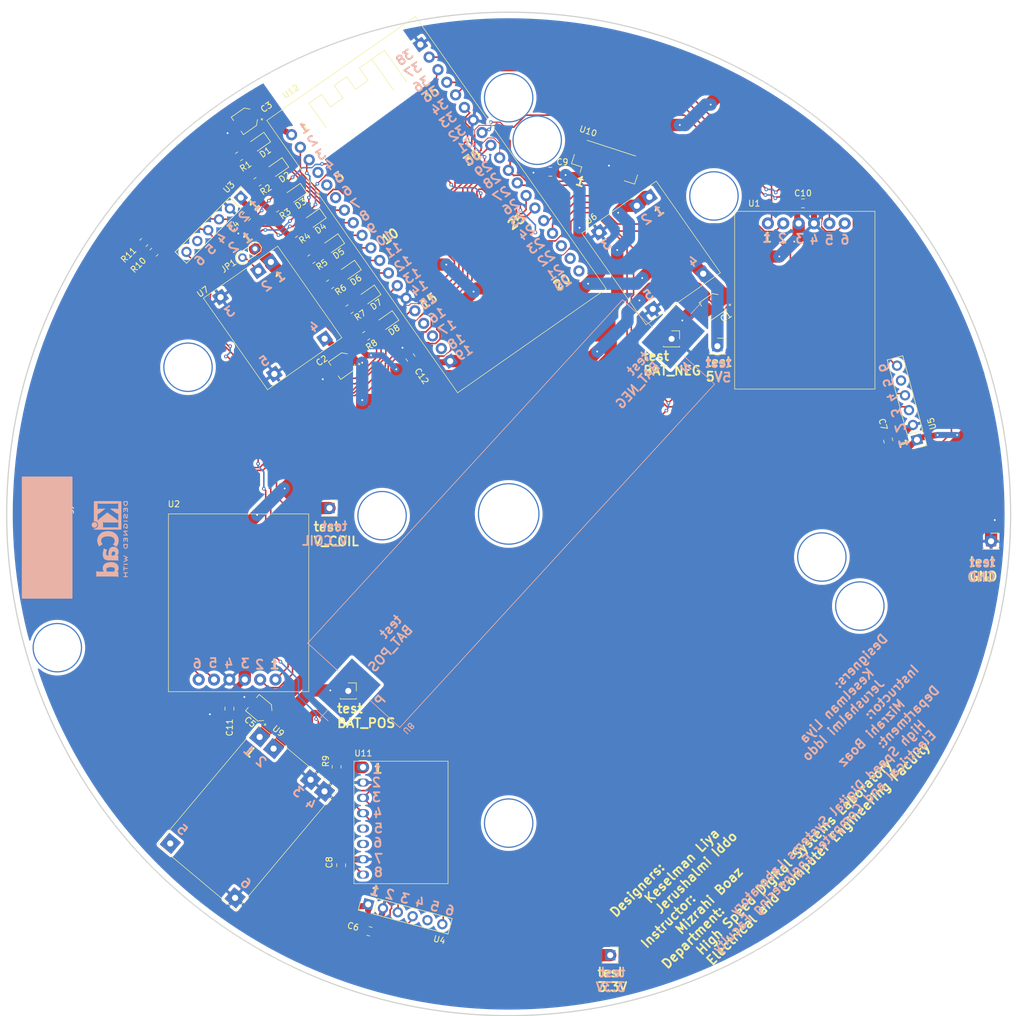
<source format=kicad_pcb>
(kicad_pcb (version 20221018) (generator pcbnew)
  (layers (0 "F.Cu" mixed) (31 "B.Cu" mixed) (34 "B.Paste" user) (35 "F.Paste" user) (36 "B.SilkS" user "B.Silkscreen") (37 "F.SilkS" user "F.Silkscreen") (38 "B.Mask" user) (39 "F.Mask" user) (44 "Edge.Cuts" user))
  (net 0 "")
  (net 1 "+3.3V")
  (net 2 "GND")
  (net 3 "/ESP_MPU_VL_SCL")
  (net 4 "/ESP_MPU_VL_SDA")
  (net 6 "/ESP_VL_C_XSHUT")
  (net 8 "/ESP_VL_B_XSHUT")
  (net 10 "/ESP_VL_A_XSHUT")
  (net 11 "+5V")
  (net 12 "/ESP_LUNA_LED8_TXD")
  (net 13 "/LUNA_ESP_RXD")
  (net 17 "/MPU_ESP_INT")
  (net 18 "/ESP_MD_B_AIB")
  (net 19 "/ESP_MD_B_AIA")
  (net 20 "+9V")
  (net 21 "/ESP_MD_B_BIB")
  (net 22 "/ESP_MD_B_BIA")
  (net 23 "/ESP_MD_A_AIB")
  (net 24 "/ESP_MD_A_AIA")
  (net 25 "/ESP_MD_A_BIB")
  (net 26 "/ESP_MD_A_BIA")
  (net 30 "/ESP_LED1")
  (net 31 "/ESP_LED2")
  (net 32 "/ESP_LED3")
  (net 33 "/ESP_LED4")
  (net 34 "/ESP_LED5")
  (net 41 "/ESP_LED6")
  (net 42 "/ESP_LED7")
  (net 43 "/CHRG_BB_IN_P")
  (net 44 "/CHRG_BAT_POS")
  (net 46 "/BB_EN")
  (net 47 "/R2_LED2")
  (net 48 "/R1_LED1")
  (net 49 "/R3_LED3")
  (net 50 "/R4_LED4")
  (net 51 "/R5_LED5")
  (net 52 "/R6_LED6")
  (net 53 "/R7_LED7")
  (net 54 "/R8_LED8")
  (footprint "Resistor_SMD:R_0805_2012Metric" (layer "F.Cu") (at 63.437476 58.886612 -145)
    (fp_text reference "R4")
    (fp_text value "330")
  )
  (footprint "projectA_footprints:MOTOR_DRIVER" (layer "F.Cu") (at 136.65 84.68 90)
    (fp_text reference "U1")
    (fp_text value "~" hide)
  )
  (footprint "Capacitor_SMD:CP_Elec_3x5.3" (layer "F.Cu") (at 55.52 40.134309 -145)
    (fp_text reference "C3")
    (fp_text value "47uF")
  )
  (footprint "Capacitor_SMD:CP_Elec_3x5.3" (layer "F.Cu") (at 71.6 80.624309 -145)
    (fp_text reference "C2")
    (fp_text value "47uF")
  )
  (footprint "MountingHole:MountingHole_3.2mm_M3" (layer "F.Cu") (at 150.728087 112.466186)
    (fp_text reference "REF**" hide)
    (fp_text value "MountingHole_3.2mm_M3")
  )
  (footprint "Connector_PinSocket_2.54mm:PinSocket_1x01_P2.54mm_Vertical" (layer "F.Cu") (at 72.42 134.62)
    (fp_text reference "TP5" hide)
    (fp_text value "TestPoint_Battery_POS")
  )
  (footprint "projectA_footprints:VL53L0XV2" (layer "F.Cu") (at 56.446445 53.008817 -135)
    (fp_text reference "U3")
    (fp_text value "~" hide)
  )
  (footprint "LOGO" (layer "F.Cu") (at 23.85 109.84 90)
    (fp_text reference "G***" hide)
    (fp_text value "LOGO" hide)
  )
  (footprint "Capacitor_SMD:CP_Elec_3x5.3" (layer "F.Cu") (at 57.92 137.68 140)
    (fp_text reference "C5")
    (fp_text value "47uF")
  )
  (footprint "Capacitor_SMD:C_0805_2012Metric" (layer "F.Cu") (at 82.71 79.47 -55)
    (fp_text reference "C12")
    (fp_text value "10uF")
  )
  (footprint "Diode_SMD:D_0805_2012Metric" (layer "F.Cu") (at 78.857955 73.472272 -145)
    (fp_text reference "D8")
    (fp_text value "CD4148W")
  )
  (footprint "projectA_footprints:MPU6050" (layer "F.Cu") (at 73.359941 146.189075)
    (fp_text reference "U11")
    (fp_text value "~")
  )
  (footprint "MountingHole:MountingHole_3.2mm_M3" (layer "F.Cu") (at 45.926859 81.070448)
    (fp_text reference "REF**" hide)
    (fp_text value "MountingHole_3.2mm_M3")
  )
  (footprint "projectA_footprints:MOTOR_DRIVER" (layer "F.Cu") (at 65.55 105.34 -90)
    (fp_text reference "U2")
    (fp_text value "~" hide)
  )
  (footprint "MountingHole:MountingHole_3.2mm_M3" (layer "F.Cu") (at 132.887802 52.734207)
    (fp_text reference "REF**" hide)
    (fp_text value "MountingHole_3.2mm_M3")
  )
  (footprint "projectA_footprints:TF_LUNA" (layer "F.Cu") (at 110.95703 42.487133 -18)
    (fp_text reference "U10")
    (fp_text value "~" hide)
  )
  (footprint "MountingHole:MountingHole_3.2mm_M3" (layer "F.Cu") (at 98.94343 36.48319)
    (fp_text reference "REF**" hide)
    (fp_text value "MountingHole_3.2mm_M3")
  )
  (footprint "Resistor_SMD:R_0805_2012Metric" (layer "F.Cu") (at 57.42 50.4 -145)
    (fp_text reference "R2")
    (fp_text value "330")
  )
  (footprint "Capacitor_SMD:C_0805_2012Metric" (layer "F.Cu") (at 147.61 53.96)
    (fp_text reference "C10")
    (fp_text value "10uF")
  )
  (footprint "Connector_PinSocket_2.54mm:PinSocket_1x01_P2.54mm_Vertical" (layer "F.Cu") (at 178.71 109.85)
    (fp_text reference "TP4" hide)
    (fp_text value "TestPoint_GND")
  )
  (footprint "Resistor_SMD:R_0805_2012Metric" (layer "F.Cu") (at 72.627476 71.466612 -145)
    (fp_text reference "R7")
    (fp_text value "330")
  )
  (footprint "Resistor_SMD:R_0805_2012Metric" (layer "F.Cu") (at 70.5 147.17 -90)
    (fp_text reference "R9")
    (fp_text value "3.3K")
  )
  (footprint "MountingHole:MountingHole_3.2mm_M3" (layer "F.Cu") (at 98.943347 156.486122)
    (fp_text reference "REF**" hide)
    (fp_text value "MountingHole_3.2mm_M3")
  )
  (footprint "Diode_SMD:D_0805_2012Metric" (layer "F.Cu") (at 60.652416 48.146971 -145)
    (fp_text reference "D2")
    (fp_text value "CD4148W")
  )
  (footprint "Capacitor_SMD:C_0805_2012Metric" (layer "F.Cu") (at 161.7 93.18 -75)
    (fp_text reference "C7")
    (fp_text value "10uF")
  )
  (footprint "Diode_SMD:D_0805_2012Metric" (layer "F.Cu") (at 72.637955 65.122272 -145)
    (fp_text reference "D6")
    (fp_text value "CD4148W")
  )
  (footprint "Diode_SMD:D_0805_2012Metric" (layer "F.Cu") (at 57.64 43.96 -145)
    (fp_text reference "D1")
    (fp_text value "CD4148W")
  )
  (footprint "TestPoint:TestPoint_2Pads_Pitch2.54mm_Drill0.8mm" (layer "F.Cu") (at 57.000646 61.473116 -145)
    (fp_text reference "JP1")
    (fp_text value "Jumper_2_Bridged")
  )
  (footprint "Capacitor_SMD:C_0805_2012Metric" (layer "F.Cu") (at 105.83 48.73)
    (fp_text reference "C9")
    (fp_text value "10uF" hide)
  )
  (footprint "projectA_footprints:BUCK_BOOST" (layer "F.Cu") (at 61.234933 61.308278 -55)
    (fp_text reference "U7")
    (fp_text value "~")
  )
  (footprint "Capacitor_SMD:C_0805_2012Metric" (layer "F.Cu") (at 71.25 163.45 -90)
    (fp_text reference "C8")
    (fp_text value "10uF")
  )
  (footprint "Capacitor_SMD:C_0805_2012Metric" (layer "F.Cu") (at 52.77 137.54 -90)
    (fp_text reference "C11")
    (fp_text value "10uF")
  )
  (footprint "Diode_SMD:D_0805_2012Metric" (layer "F.Cu") (at 63.662416 52.406971 -145)
    (fp_text reference "D3")
    (fp_text value "CD4148W")
  )
  (footprint "MountingHole:MountingHole_3.2mm_M3" (layer "F.Cu") (at 24.319333 127.464297)
    (fp_text reference "REF**" hide)
    (fp_text value "MountingHole_3.2mm_M3")
  )
  (footprint "projectA_footprints:BUCK_BOOST" (layer "F.Cu") (at 123.821443 50.552938 -55)
    (fp_text reference "U6")
    (fp_text value "~" hide)
  )
  (footprint "Connector_PinSocket_2.54mm:PinSocket_1x01_P2.54mm_Vertical" (layer "F.Cu") (at 115.74 178.33)
    (fp_text reference "TP1" hide)
    (fp_text value "TestPoint_3.3V")
  )
  (footprint "projectA_footprints:VL53L0XV2" (layer "F.Cu") (at 74.808648 168.3649 -15)
    (fp_text reference "U4")
    (fp_text value "~" hide)
  )
  (footprint "Diode_SMD:D_0805_2012Metric" (layer "F.Cu") (at 69.882416 60.746971 -145)
    (fp_text reference "D5")
    (fp_text value "CD4148W")
  )
  (footprint "MountingHole:MountingHole_3.2mm_M3" (layer "F.Cu") (at 103.67 43.52)
    (fp_text reference "REF**" hide)
    (fp_text value "MountingHole_3.2mm_M3")
  )
  (footprint "Capacitor_SMD:C_0805_2012Metric" (layer "F.Cu") (at 75.92237 174.384122 165)
    (fp_text reference "C6")
    (fp_text value "10uF")
  )
  (footprint "Diode_SMD:D_0805_2012Metric" (layer "F.Cu") (at 75.9 69.23 -145)
    (fp_text reference "D7")
    (fp_text value "CD4148W")
  )
  (footprint "MountingHole:MountingHole_4.3mm_M4" (layer "F.Cu") (at 98.943347 105.336123)
    (fp_text reference "REF**" hide)
    (fp_text value "MountingHole_4.3mm_M4")
  )
  (footprint "Resistor_SMD:R_0805_2012Metric" (layer "F.Cu") (at 66.32 63.18 -145)
    (fp_text reference "R5")
    (fp_text value "330")
  )
  (footprint "Resistor_SMD:R_0805_2012Metric" (layer "F.Cu") (at 54.37 46.19 -145)
    (fp_text reference "R1")
    (fp_text value "330")
  )
  (footprint "Capacitor_SMD:C_0805_2012Metric" (layer "F.Cu") (at 55.59 56.14 45)
    (fp_text reference "C4")
    (fp_text value "10uF")
  )
  (footprint "Resistor_SMD:R_0805_2012Metric" (layer "F.Cu") (at 40.3 62.04 45)
    (fp_text reference "R10")
    (fp_text value "3.3K")
  )
  (footprint "Resistor_SMD:R_0805_2012Metric" (layer "F.Cu") (at 38.61 60.43 45)
    (fp_text reference "R11")
    (fp_text value "3.3K")
  )
  (footprint "Diode_SMD:D_0805_2012Metric" (layer "F.Cu") (at 66.857955 56.562272 -145)
    (fp_text reference "D4")
    (fp_text value "CD4148W")
  )
  (footprint "Capacitor_SMD:CP_Elec_3x5.3" (layer "F.Cu") (at 132.9 70.824309 -145)
    (fp_text reference "C1")
    (fp_text value "47uF")
  )
  (footprint "MountingHole:MountingHole_3.2mm_M3" (layer "F.Cu") (at 78.01395 105.622408)
    (fp_text reference "REF**" hide)
    (fp_text value "MountingHole_3.2mm_M3")
  )
  (footprint "Connector_PinSocket_2.54mm:PinSocket_1x01_P2.54mm_Vertical" (layer "F.Cu") (at 125.88 76.38)
    (fp_text reference "TP6" hide)
    (fp_text value "TestPoint_Battery_NEG")
  )
  (footprint "Resistor_SMD:R_0805_2012Metric" (layer "F.Cu") (at 75.39 75.87 -145)
    (fp_text reference "R8")
    (fp_text value "330")
  )
  (footprint "MountingHole:MountingHole_3.2mm_M3" (layer "F.Cu") (at 157.008901 120.57334)
    (fp_text reference "REF**" hide)
    (fp_text value "MountingHole_3.2mm_M3")
  )
  (footprint "projectA_footprints:CHARGE_CONTROLLER" (layer "F.Cu") (at 42.220622 161.16619 50)
    (fp_text reference "U9")
    (fp_text value "~")
  )
  (footprint "Resistor_SMD:R_0805_2012Metric" (layer "F.Cu") (at 60.33 54.68 -145)
    (fp_text reference "R3")
    (fp_text value "330")
  )
  (footprint "projectA_footprints:VL53L0XV2" (layer "F.Cu") (at 165.550958 94.630232 105)
    (fp_text reference "U5")
    (fp_text value "~" hide)
  )
  (footprint "Connector_PinSocket_2.54mm:PinSocket_1x01_P2.54mm_Vertical" (layer "F.Cu") (at 69.32 104.37)
    (fp_text reference "TP3" hide)
    (fp_text value "TestPoint_VCoil")
  )
  (footprint "Connector_PinSocket_2.54mm:PinSocket_1x01_P2.54mm_Vertical" (layer "F.Cu") (at 133.455 77.585)
    (fp_text reference "TP2" hide)
    (fp_text value "TestPoint_5V")
  )
  (footprint "Resistor_SMD:R_0805_2012Metric" (layer "F.Cu") (at 69.42 67.35 -145)
    (fp_text reference "R6")
    (fp_text value "330")
  )
  (footprint "projectA_footprints:ESP32" (layer "F.Cu") (at 60.722588 41.027801 35)
    (fp_text reference "U12")
    (fp_text value "~")
  )
  (footprint "Symbol:KiCad-Logo2_5mm_SilkScreen" (layer "B.Cu") (at 32.97 109.5 -90)
    (fp_text reference "REF**" hide)
    (fp_text value "KiCad-Logo2_5mm_SilkScreen" hide)
  )
  (footprint "projectA_footprints:BATTERY_HOLDER" (layer "B.Cu") (at 79.938196 140.898766 47.5)
    (fp_text reference "8U")
    (fp_text value "~" hide)
  )
  (gr_circle (center 24.319333 127.464297) (end 28.319333 127.464297) (stroke (width 0.2)) (fill none) (layer "B.Cu"))
  (gr_circle (center 132.887802 52.734207) (end 136.887802 52.734207) (stroke (width 0.2)) (fill none) (layer "B.Cu"))
  (gr_circle (center 98.94343 36.48319) (end 102.94343 36.48319) (stroke (width 0.2)) (fill none) (layer "B.Cu"))
  (gr_circle (center 45.926859 81.070448) (end 49.926859 81.070448) (stroke (width 0.2)) (fill none) (layer "B.Cu"))
  (gr_circle (center 78.01395 105.622408) (end 82.01395 105.622408) (stroke (width 0.2)) (fill none) (layer "B.Cu"))
  (gr_circle (center 98.943347 156.486122) (end 102.943347 156.486122) (stroke (width 0.2)) (fill none) (layer "B.Cu"))
  (gr_circle (center 150.728087 112.466186) (end 154.728087 112.466186) (stroke (width 0.2)) (fill none) (layer "B.Cu"))
  (gr_circle (center 98.95 105.34) (end 103.95 105.34) (stroke (width 0.2)) (fill none) (layer "B.Cu"))
  (gr_circle (center 157.008901 120.57334) (end 161.008901 120.57334) (stroke (width 0.2)) (fill none) (layer "B.Cu"))
  (gr_circle (center 103.67 43.52) (end 107.67 43.52) (stroke (width 0.2)) (fill none) (layer "B.Cu"))
  (gr_rect (start 18.54 99.25) (end 26.72 119.25) (stroke (width 0.2)) (fill solid) (layer "B.SilkS"))
  (gr_circle locked (center 98.943347 105.336123) (end 181.943347 105.336123) (stroke (width 0.2)) (fill none) (layer "Edge.Cuts"))
  (gr_text "test\nBAT_POS" (at 83.42 124.52 47.5) (layer "B.SilkS") (effects (font (size 1.5 1.5) (thickness 0.3) bold) (justify left bottom mirror)))
  (gr_text "4" (at 66.31 154.64 320) (layer "B.SilkS") (effects (font (size 1.5 1.5) (thickness 0.3) bold) (justify left bottom mirror)))
  (gr_text "1" (at 78.05 148.41) (layer "B.SilkS") (effects (font (size 1.5 1.5) (thickness 0.3) bold) (justify left bottom mirror)))
  (gr_text "4" (at 78.22 155.73) (layer "B.SilkS") (effects (font (size 1.5 1.5) (thickness 0.3) bold) (justify left bottom mirror)))
  (gr_text "3" (at 56.28 130.95) (layer "B.SilkS") (effects (font (size 1.5 1.5) (thickness 0.3) bold) (justify left bottom mirror)))
  (gr_text "test\nV_COIL" (at 72.44 110.66) (layer "B.SilkS") (effects (font (size 1.5 1.5) (thickness 0.3) bold) (justify left bottom mirror)))
  (gr_text "P" (at 78.99 136.1 47.5) (layer "B.SilkS") (effects (font (size 1.5 1.5) (thickness 0.3) bold) (justify left bottom mirror)))
  (gr_text "1" (at 62.38 66.23 35) (layer "B.SilkS") (effects (font (size 1.5 1.5) (thickness 0.3) bold) (justify left bottom mirror)))
  (gr_text "N" (at 129.58 81.07 47.5) (layer "B.SilkS") (effects (font (size 1.5 1.5) (thickness 0.3) bold) (justify left bottom mirror)))
  (gr_text "test\nGND" (at 179.57 116.66) (layer "B.SilkS") (effects (font (size 1.5 1.5) (thickness 0.3) bold) (justify left bottom mirror)))
  (gr_text "1" (at 124.94 55.41 35) (layer "B.SilkS") (effects (font (size 1.5 1.5) (thickness 0.3) bold) (justify left bottom mirror)))
  (gr_text "28			  11" (at 98 50.04 35) (layer "B.SilkS") (effects (font (size 1.5 1.5) (thickness 0.3) bold) (justify left bottom mirror)))
  (gr_text "26			  13" (at 101.15 54.34 35) (layer "B.SilkS") (effects (font (size 1.5 1.5) (thickness 0.3) bold) (justify left bottom mirror)))
  (gr_text "4" (at 68.04 74.61 35) (layer "B.SilkS") (effects (font (size 1.5 1.5) (thickness 0.3) bold) (justify left bottom mirror)))
  (gr_text "1" (at 61.06 131.09) (layer "B.SilkS") (effects (font (size 1.5 1.5) (thickness 0.3) bold) (justify left bottom mirror)))
  (gr_text "25			  14" (at 102.3 56.33 35) (layer "B.SilkS") (effects (font (size 1.5 1.5) (thickness 0.3) bold) (justify left bottom mirror)))
  (gr_text "3" (at 116.32 61.01 35) (layer "B.SilkS") (effects (font (size 1.5 1.5) (thickness 0.3) bold) (justify left bottom mirror)))
  (gr_text "1" (at 56.91 59.83 35) (layer "B.SilkS") (effects (font (size 1.5 1.5) (thickness 0.3) bold) (justify left bottom mirror)))
  (gr_text "30			   9" (at 94.88 46.23 35) (layer "B.SilkS") (effects (font (size 1.5 1.5) (thickness 0.3) bold) (justify left bottom mirror)))
  (gr_text "test\n5V" (at 135.92 83.65) (layer "B.SilkS") (effects (font (size 1.5 1.5) (thickness 0.3) bold) (justify left bottom mirror)))
  (gr_text "1" (at 56.09 145.75 320) (layer "B.SilkS") (effects (font (size 1.5 1.5) (thickness 0.3) bold) (justify left bottom mirror)))
  (gr_text "35			   4" (at 87.87 35.72 35) (layer "B.SilkS") (effects (font (size 1.5 1.5) (thickness 0.3) bold) (justify left bottom mirror)))
  (gr_text "7" (at 78.35 163.26) (layer "B.SilkS") (effects (font (size 1.5 1.5) (thickness 0.3) bold) (justify left bottom mirror)))
  (gr_text "21			  18" (at 108.43 65.19 35) (layer "B.SilkS") (effects (font (size 1.5 1.5) (thickness 0.3) bold) (justify left bottom mirror)))
  (gr_text "20			  19" (at 109.72 67.03 35) (layer "B.SilkS") (effects (font (size 1.5 1.5) (thickness 0.3) bold) (justify left bottom mirror)))
  (gr_text "5" (at 78.31 158.23) (layer "B.SilkS") (effects (font (size 1.5 1.5) (thickness 0.3) bold) (justify left bottom mirror)))
  (gr_text "6" (at 48.35 130.99) (layer "B.SilkS") (effects (font (size 1.5 1.5) (thickness 0.3) bold) (justify left bottom mirror)))
  (gr_text "1 2 3 4 5 6" (at 163.68 94.66 285) (layer "B.SilkS") (effects (font (size 1.5 1.5) (thickness 0.3) bold) (justify left bottom mirror)))
  (gr_text "24			  15" (at 103.79 58.54 35) (layer "B.SilkS") (effects (font (size 1.5 1.5) (thickness 0.3) bold) (justify left bottom mirror)))
  (gr_text "2" (at 77.98 150.64) (layer "B.SilkS") (effects (font (size 1.5 1.5) (thickness 0.3) bold) (justify left bottom mirror)))
  (gr_text "2" (at 60.14 67.84 35) (layer "B.SilkS") (effects (font (size 1.5 1.5) (thickness 0.3) bold) (justify left bottom mirror)))
  (gr_text "22			  17" (at 106.98 62.87 35) (layer "B.SilkS") (effects (font (size 1.5 1.5) (thickness 0.3) bold) (justify left bottom mirror)))
  (gr_text "36			   3" (at 86.39 34.05 35) (layer "B.SilkS") (effects (font (size 1.5 1.5) (thickness 0.3) bold) (justify left bottom mirror)))
  (gr_text "6" (at 78.21 160.61) (layer "B.SilkS") (effects (font (size 1.5 1.5) (thickness 0.3) bold) (justify left bottom mirror)))
  (gr_text "4" (at 53.59 130.99) (layer "B.SilkS") (effects (font (size 1.5 1.5) (thickness 0.3) bold) (justify left bottom mirror)))
  (gr_text "1 2 3 4 5 6" (at 58.23 54.29 45) (layer "B.SilkS") (effects (font (size 1.5 1.5) (thickness 0.3) bold) (justify left bottom mirror)))
  (gr_text "2" (at 58.67 131.13) (layer "B.SilkS") (effects (font (size 1.5 1.5) (thickness 0.3) bold) (justify left bottom mirror)))
  (gr_text "6 5 4 3 2 1" (at 89.87 172.03 345) (layer "B.SilkS") (effects (font (size 1.5 1.5) (thickness 0.3) bold) (justify left bottom mirror)))
  (gr_text "Designers: \n	Keselman Liya\n	Jerushalmi Iddo \nInstructor:\n	Mizrahi Boaz\nDepartment: \n	High Speed Digital Systems Laboratory\n	Electrical and Computer Engineering Faculty\n" (at 173.94 138.02 45) (layer "B.SilkS") (effects (font (size 1.5 1.5) (thickness 0.3) bold) (justify left bottom mirror)))
  (gr_text "34			   5" (at 89.35 37.85 35) (layer "B.SilkS") (effects (font (size 1.5 1.5) (thickness 0.3) bold) (justify left bottom mirror)))
  (gr_text "4" (at 130.72 63.8 35) (layer "B.SilkS") (effects (font (size 1.5 1.5) (thickness 0.3) bold) (justify left bottom mirror)))
  (gr_text "5" (at 50.97 130.88) (layer "B.SilkS") (effects (font (size 1.5 1.5) (thickness 0.3) bold) (justify left bottom mirror)))
  (gr_text "31			   8" (at 93.66 44.12 35) (layer "B.SilkS") (effects (font (size 1.5 1.5) (thickness 0.3) bold) (justify left bottom mirror)))
  (gr_text "3" (at 148 60.7) (layer "B.SilkS") (effects (font (size 1.5 1.5) (thickness 0.3) bold) (justify left bottom mirror)))
  (gr_text "3" (at 64.23 152.6 320) (layer "B.SilkS") (effects (font (size 1.5 1.5) (thickness 0.3) bold) (justify left bottom mirror)))
  (gr_text "32			   7" (at 92.22 42.2 35) (layer "B.SilkS") (effects (font (size 1.5 1.5) (thickness 0.3) bold) (justify left bottom mirror)))
  (gr_text "8" (at 78.31 165.5) (layer "B.SilkS") (effects (font (size 1.5 1.5) (thickness 0.3) bold) (justify left bottom mirror)))
  (gr_text "37			   2" (at 84.99 31.74 35) (layer "B.SilkS") (effects (font (size 1.5 1.5) (thickness 0.3) bold) (justify left bottom mirror)))
  (gr_text "5" (at 123.3 69.32 35) (layer "B.SilkS") (effects (font (size 1.5 1.5) (thickness 0.3) bold) (justify left bottom mirror)))
  (gr_text "2" (at 58.13 147.56 320) (layer "B.SilkS") (effects (font (size 1.5 1.5) (thickness 0.3) bold) (justify left bottom mirror)))
  (gr_text "1" (at 142.51 60.55) (layer "B.SilkS") (effects (font (size 1.5 1.5) (thickness 0.3) bold) (justify left bottom mirror)))
  (gr_text "2" (at 122.94 56.81 35) (layer "B.SilkS") (effects (font (size 1.5 1.5) (thickness 0.3) bold) (justify left bottom mirror)))
  (gr_text "27			  12" (at 99.62 52.26 35) (layer "B.SilkS") (effects (font (size 1.5 1.5) (thickness 0.3) bold) (justify left bottom mirror)))
  (gr_text "5" (at 59.79 80.27 35) (layer "B.SilkS") (effects (font (size 1.5 1.5) (thickness 0.3) bold) (justify left bottom mirror)))
  (gr_text "23			  16" (at 105.25 60.84 35) (layer "B.SilkS") (effects (font (size 1.5 1.5) (thickness 0.3) bold) (justify left bottom mirror)))
  (gr_text "29			  10" (at 96.58 48.1 35) (layer "B.SilkS") (effects (font (size 1.5 1.5) (thickness 0.3) bold) (justify left bottom mirror)))
  (gr_text "4" (at 150.38 60.89) (layer "B.SilkS") (effects (font (size 1.5 1.5) (thickness 0.3) bold) (justify left bottom mirror)))
  (gr_text "2" (at 54.67 61.45 35) (layer "B.SilkS") (effects (font (size 1.5 1.5) (thickness 0.3) bold) (justify left bottom mirror)))
  (gr_text "test\nBAT_NEG" (at 124.29 80.99 47.5) (layer "B.SilkS") (effects (font (size 1.5 1.5) (thickness 0.3) bold) (justify left bottom mirror)))
  (gr_text "6" (at 155.45 60.86) (layer "B.SilkS") (effects (font (size 1.5 1.5) (thickness 0.3) bold) (justify left bottom mirror)))
  (gr_text "5" (at 152.86 60.92) (layer "B.SilkS") (effects (font (size 1.5 1.5) (thickness 0.3) bold) (justify left bottom mirror)))
  (gr_text "3" (at 77.98 153.08) (layer "B.SilkS") (effects (font (size 1.5 1.5) (thickness 0.3) bold) (justify left bottom mirror)))
  (gr_text "2" (at 145.1 60.64) (layer "B.SilkS") (effects (font (size 1.5 1.5) (thickness 0.3) bold) (justify left bottom mirror)))
  (gr_text "5" (at 45.11 158.86 320) (layer "B.SilkS") (effects (font (size 1.5 1.5) (thickness 0.3) bold) (justify left bottom mirror)))
  (gr_text "test\n3.3V" (at 118.43 184.49) (layer "B.SilkS") (effects (font (size 1.5 1.5) (thickness 0.3) bold) (justify left bottom mirror)))
  (gr_text "33			   6" (at 90.74 39.98 35) (layer "B.SilkS") (effects (font (size 1.5 1.5) (thickness 0.3) bold) (justify left bottom mirror)))
  (gr_text "6" (at 55.61 167.71 320) (layer "B.SilkS") (effects (font (size 1.5 1.5) (thickness 0.3) bold) (justify left bottom mirror)))
  (gr_text "3" (at 54.06 72.1 35) (layer "B.SilkS") (effects (font (size 1.5 1.5) (thickness 0.3) bold) (justify left bottom mirror)))
  (gr_text "38			   1" (at 83.57 29.64 35) (layer "B.SilkS") (effects (font (size 1.5 1.5) (thickness 0.3) bold) (justify left bottom mirror)))
  (gr_text "test\nV_COIL" (at 66.52 110.75) (layer "F.SilkS") (effects (font (size 1.5 1.5) (thickness 0.3) bold) (justify left bottom)))
  (gr_text "15" (at 84.89 71.77 35) (layer "F.SilkS") (effects (font (size 1.5 1.5) (thickness 0.3) bold) (justify left bottom)))
  (gr_text "1" (at 60.88 67.33 35) (layer "F.SilkS") (effects (font (size 1.5 1.5) (thickness 0.3) bold) (justify left bottom)))
  (gr_text "1" (at 75.77 168.34 345) (layer "F.SilkS") (effects (font (size 1.5 1.5) (thickness 0.3) bold) (justify left bottom)))
  (gr_text "1" (at 163.2 93.04 285) (layer "F.SilkS") (effects (font (size 1.5 1.5) (thickness 0.3) bold) (justify left bottom)))
  (gr_text "test\nGND" (at 174.96 116.56) (layer "F.SilkS") (effects (font (size 1.5 1.5) (thickness 0.3) bold) (justify left bottom)))
  (gr_text "test\nBAT_POS" (at 70.39 140.82) (layer "F.SilkS") (effects (font (size 1.5 1.5) (thickness 0.3) bold) (justify left bottom)))
  (gr_text "30" (at 92.12 48.08 35) (layer "F.SilkS") (effects (font (size 1.5 1.5) (thickness 0.3) bold) (justify left bottom)))
  (gr_text "1" (at 109.67 50.88 341) (layer "F.SilkS") (effects (font (size 1.5 1.5) (thickness 0.3) bold) (justify left bottom)))
  (gr_text "20" (at 106.93 68.65 35) (layer "F.SilkS") (effects (font (size 1.5 1.5) (thickness 0.3) bold) (justify left bottom)))
  (gr_text "1" (at 55.51 60.85 35) (layer "F.SilkS") (effects (font (size 1.5 1.5) (thickness 0.3) bold) (justify left bottom)))
  (gr_text "Designers: \n	Keselman Liya\n	Jerushalmi Iddo \nInstructor:\n	Mizrahi Boaz\nDepartment: \n	High Speed Digital Systems Laboratory\n	Electrical and Computer Engineering Faculty\n" (at 128.56 184.34 45) (layer "F.SilkS") (effects (font (size 1.5 1.5) (thickness 0.3) bold) (justify left bottom)))
  (gr_text "25" (at 99.4 58.63 35) (layer "F.SilkS") (effects (font (size 1.5 1.5) (thickness 0.3) bold) (justify left bottom)))
  (gr_text "35" (at 85.23 37.54 35) (layer "F.SilkS") (effects (font (size 1.5 1.5) (thickness 0.3) bold) (justify left bottom)))
  (gr_text "1" (at 56.83 55.45 45) (layer "F.SilkS") (effects (font (size 1.5 1.5) (thickness 0.3) bold) (justify left bottom)))
  (gr_text "test\n5V" (at 131.36 83.5) (layer "F.SilkS") (effects (font (size 1.5 1.5) (thickness 0.3) bold) (justify left bottom)))
  (gr_text "1" (at 54.98 144.83 320) (layer "F.SilkS") (effects (font (size 1.5 1.5) (thickness 0.3) bold) (justify left bottom)))
  (gr_text "1" (at 140.83 60.51) (layer "F.SilkS") (effects (font (size 1.5 1.5) (thickness 0.3) bold) (justify left bottom)))
  (gr_text "1" (at 123.54 56.46 35) (layer "F.SilkS") (effects (font (size 1.5 1.5) (thickness 0.3) bold) (justify left bottom)))
  (gr_text "5" (at 70.68 50.83 35) (layer "F.SilkS") (effects (font (size 1.5 1.5) (thickness 0.3) bold) (justify left bottom)))
  (gr_text "test\n3.3V" (at 113.46 184.48) (layer "F.SilkS") (effects (font (size 1.5 1.5) (thickness 0.3) bold) (justify left bottom)))
  (gr_text "test\nBAT_NEG" (at 121.03 82.51) (layer "F.SilkS") (effects (font (size 1.5 1.5) (thickness 0.3) bold) (justify left bottom)))
  (gr_text "10" (at 78.5 61.05 35) (layer "F.SilkS") (effects (font (size 1.5 1.5) (thickness 0.3) bold) (justify left bottom)))
  (gr_text "1" (at 76.43 148.38) (layer "F.SilkS") (effects (font (size 1.5 1.5) (thickness 0.3) bold) (justify left bottom)))
  (gr_text "1" (at 59.37 131.09) (layer "F.SilkS") (effects (font (size 1.5 1.5) (thickness 0.3) bold) (justify left bottom)))
  (gr_text "1" (at 65.03 42.67 35) (layer "F.SilkS") (effects (font (size 1.5 1.5) (thickness 0.3) bold) (justify left bottom)))
  (segment (start 176.61 82.421167) (end 176.55 82.216826) (width 2.032) (layer "F.Cu") (net 1))
  (segment (start 56.261751 55.468249) (end 56.261751 54.945443) (width 1) (layer "F.Cu") (net 1))
  (segment (start 62.69 59.41) (end 59.582524 56.302524) (width 1) (layer "F.Cu") (net 1))
  (segment (start 135.065294 35.244706) (end 134.475294 35.244706) (width 2.032) (layer "F.Cu") (net 1))
  (segment (start 68.672524 68.782524) (end 68.672524 67.873388) (width 1) (layer "F.Cu") (net 1))
  (segment (start 53.622524 48.499035) (end 53.622524 46.713388) (width 1) (layer "F.Cu") (net 1))
  (segment (start 65.63 168.62) (end 65.84 168.41) (width 2.032) (layer "F.Cu") (net 1))
  (segment (start 74.859941 147.229075) (end 73.081291 147.229075) (width 2.032) (layer "F.Cu") (net 1))
  (segment (start 176.61 90.02134) (end 176.61 82.421167) (width 2.032) (layer "F.Cu") (net 1))
  (segment (start 59.582524 55.203388) (end 58.064568 53.685432) (width 1) (layer "F.Cu") (net 1))
  (segment (start 71.492683 181.020001) (end 88.94 181.020001) (width 2.032) (layer "F.Cu") (net 1))
  (segment (start 56.672524 50.923388) (end 56.304541 51.291371) (width 1) (layer "F.Cu") (net 1))
  (segment (start 68.94 139.67062) (end 67.527714 138.258334) (width 1) (layer "F.Cu") (net 1))
  (segment (start 62.33 148.989) (end 62.33 159.800844) (width 2.032) (layer "F.Cu") (net 1))
  (segment (start 72.754356 170.2252) (end 68.389578 165.860422) (width 1) (layer "F.Cu") (net 1))
  (segment (start 75.863097 170.2252) (end 72.754356 170.2252) (width 1) (layer "F.Cu") (net 1))
  (segment (start 161.98 56.02) (end 138.55 35.4) (width 2.032) (layer "F.Cu") (net 1))
  (segment (start 37.46979 55.68) (end 37.46979 60.58026) (width 1) (layer "F.Cu") (net 1))
  (segment (start 119.642193 45.025695) (end 119.634305 45.025695) (width 2.032) (layer "F.Cu") (net 1))
  (segment (start 169.33 97.3) (end 172.97 93.66) (width 2.032) (layer "F.Cu") (net 1))
  (segment (start 56.672524 50.923388) (end 56.046877 50.923388) (width 1) (layer "F.Cu") (net 1))
  (segment (start 117.09 47.57) (end 117.09 48.685989) (width 1) (layer "F.Cu") (net 1))
  (segment (start 60.074008 40.964008) (end 60.08 40.97) (width 1) (layer "F.Cu") (net 1))
  (segment (start 69.789578 165.860422) (end 71.25 164.4) (width 1) (layer "F.Cu") (net 1))
  (segment (start 59.582524 56.302524) (end 59.582524 55.203388) (width 1) (layer "F.Cu") (net 1))
  (segment (start 123.677888 40.99) (end 119.642193 45.025695) (width 2.032) (layer "F.Cu") (net 1))
  (segment (start 70.445819 146.203319) (end 70.5 146.2575) (width 2.032) (layer "F.Cu") (net 1))
  (segment (start 53.622524 44.090212) (end 56.748728 40.964008) (width 1) (layer "F.Cu") (net 1))
  (segment (start 67.527714 138.258334) (end 66.661666 138.258334) (width 1) (layer "F.Cu") (net 1))
  (segment (start 56.672524 52.293388) (end 56.672524 50.923388) (width 1) (layer "F.Cu") (net 1))
  (segment (start 127.24 40.99) (end 123.677888 40.99) (width 2.032) (layer "F.Cu") (net 1))
  (segment (start 172.97134 93.66) (end 176.61 90.02134) (width 2.032) (layer "F.Cu") (net 1))
  (segment (start 34.48 125.84679) (end 34.48 58.66979) (width 2.032) (layer "F.Cu") (net 1))
  (segment (start 65.63 175.12) (end 65.63 168.62) (width 2.032) (layer "F.Cu") (net 1))
  (segment (start 161.945878 94.09763) (end 165.324073 94.09763) (width 1) (layer "F.Cu") (net 1))
  (segment (start 71.492683 180.982683) (end 71.492683 181.020001) (width 2.032) (layer "F.Cu") (net 1))
  (segment (start 161.98 67.646826) (end 161.98 56.02) (width 2.032) (layer "F.Cu") (net 1))
  (segment (start 34.48 58.66979) (end 37.46979 55.68) (width 2.032) (layer "F.Cu") (net 1))
  (segment (start 58.064568 53.685432) (end 56.672524 52.293388) (width 1) (layer "F.Cu") (net 1))
  (segment (start 105.13 149.22) (end 105.13 164.830001) (width 2.032) (layer "F.Cu") (net 1))
  (segment (start 56.748728 40.846207) (end 56.689827 40.905108) (width 1) (layer "F.Cu") (net 1))
  (segment (start 65.585 145.734) (end 62.33 148.989) (width 2.032) (layer "F.Cu") (net 1))
  (segment (start 73.081291 147.229075) (end 71.69776 145.845544) (width 2.032) (layer "F.Cu") (net 1))
  (segment (start 37.46979 60.58026) (end 37.964765 61.075235) (width 1) (layer "F.Cu") (net 1))
  (segment (start 53.622524 46.713388) (end 53.638231 46.729095) (width 1) (layer "F.Cu") (net 1))
  (segment (start 56.748728 39.273944) (end 56.748728 40.846207) (width 1) (layer "F.Cu") (net 1))
  (segment (start 56.748728 40.964008) (end 60.074008 40.964008) (width 1) (layer "F.Cu") (net 1))
  (segment (start 68.672524 67.873388) (end 65.572524 64.773388) (width 1) (layer "F.Cu") (net 1))
  (segment (start 88.94 181.020001) (end 105.13 181.020001) (width 2.032) (layer "F.Cu") (net 1))
  (segment (start 172.97 93.66) (end 172.97134 93.66) (width 2.032) (layer "F.Cu") (net 1))
  (segment (start 165.324073 94.09763) (end 166.6348 92.786903) (width 1) (layer "F.Cu") (net 1))
  (segment (start 37.46979 55.68) (end 37.46979 53.40021) (width 2.032) (layer "F.Cu") (net 1))
  (segment (start 68.389578 165.860422) (end 69.789578 165.860422) (width 1) (layer "F.Cu") (net 1))
  (segment (start 57.62221 148.989) (end 62.33 148.989) (width 2.032) (layer "F.Cu") (net 1))
  (segment (start 53.622524 46.713388) (end 53.622524 44.090212) (width 1) (layer "F.Cu") (net 1))
  (segment (start 74.642524 76.393388) (end 71.88 73.630864) (width 1) (layer "F.Cu") (net 1))
  (segment (start 71.88 71.99) (end 68.672524 68.782524) (width 1) (layer "F.Cu") (net 1))
  (segment (start 62.69 60.820864) (end 62.69 59.41) (width 1) (layer "F.Cu") (net 1))
  (segment (start 176.55 82.216826) (end 161.98 67.646826) (width 2.032) (layer "F.Cu") (net 1))
  (segment (start 105.13 149.22) (end 157.05 97.3) (width 2.032) (layer "F.Cu") (net 1))
  (segment (start 105.13 164.830001) (end 88.94 181.020001) (width 2.032) (layer "F.Cu") (net 1))
  (segment (start 71.88 73.630864) (end 71.88 71.99) (width 1) (layer "F.Cu") (net 1))
  (segment (start 166.6348 92.786903) (end 169.86 92.28) (width 1) (layer "F.Cu") (net 1))
  (segment (start 44.156612 46.713388) (end 53.622524 46.713388) (width 2.032) (layer "F.Cu") (net 1))
  (segment (start 116.30118 49.474809) (end 116.30118 49.743729) (width 1) (layer "F.Cu") (net 1))
  (segment (start 105.13 181.020001) (end 107.820001 178.33) (width 2.032) (layer "F.Cu") (net 1))
  (segment (start 70.445819 141.185819) (end 70.445819 146.203319) (width 2.032) (layer "F.Cu") (net 1))
  (segment (start 117.09 48.685989) (end 116.30118 49.474809) (width 1) (layer "F.Cu") (net 1))
  (segment (start 39.594371 62.685235) (end 37.862524 60.953388) (width 1) (layer "F.Cu") (net 1))
  (segment (start 37.46979 53.40021) (end 44.156612 46.713388) (width 2.032) (layer "F.Cu") (net 1))
  (segment (start 56.748728 39.273944) (end 57.355996 38.666676) (width 1) (layer "F.Cu") (net 1))
  (segment (start 56.046877 50.923388) (end 53.622524 48.499035) (width 1) (layer "F.Cu") (net 1))
  (segment (start 71.25 164.4) (end 71.109287 164.540713) (width 1) (layer "F.Cu") (net 1))
  (segment (start 70.56 146.1975) (end 70.5 146.2575) (width 1) (layer "F.Cu") (net 1))
  (segment (start 60.08 40.97) (end 63.04451 42.600403) (width 1) (layer "F.Cu") (net 1))
  (segment (start 56.261751 54.945443) (end 54.308154 52.991846) (width 1) (layer "F.Cu") (net 1))
  (segment (start 138.55 35.4) (end 135.065294 35.244706) (width 2.032) (layer "F.Cu") (net 1))
  (segment (start 68.94 139.68) (end 70.445819 141.185819) (width 2.032) (layer "F.Cu") (net 1))
  (segment (start 65.63 175.12) (end 71.492683 180.982683) (width 2.032) (layer "F.Cu") (net 1))
  (segment (start 119.634305 45.025695) (end 117.09 47.57) (width 2.032) (layer "F.Cu") (net 1))
  (segment (start 107.820001 178.33) (end 115.74 178.33) (width 2.032) (layer "F.Cu") (net 1))
  (segment (start 62.33 159.800844) (end 68.389578 165.860422) (width 2.032) (layer "F.Cu") (net 1))
  (segment (start 71.69776 145.845544) (end 70.585184 145.845544) (width 2.032) (layer "F.Cu") (net 1))
  (segment (start 68.94 139.68) (end 68.94 139.67062) (width 1) (layer "F.Cu") (net 1))
  (segment (start 75.00474 174.138244) (end 75.863097 170.2252) (width 1) (layer "F.Cu") (net 1))
  (segment (start 68.389578 165.860422) (end 65.84 168.41) (width 2.032) (layer "F.Cu") (net 1))
  (segment (start 39.654765 62.685235) (end 39.594371 62.685235) (width 1) (layer "F.Cu") (net 1))
  (segment (start 66.661666 138.258334) (end 65.585 139.335) (width 1) (layer "F.Cu") (net 1))
  (segment (start 157.05 97.3) (end 169.33 97.3) (width 2.032) (layer "F.Cu") (net 1))
  (segment (start 58.044568 53.685432) (end 58.064568 53.685432) (width 1) (layer "F.Cu") (net 1))
  (segment (start 65.572524 64.773388) (end 65.572524 63.703388) (width 1) (layer "F.Cu") (net 1))
  (segment (start 56.261751 55.468249) (end 58.044568 53.685432) (width 1) (layer "F.Cu") (net 1))
  (segment (start 65.572524 63.703388) (end 62.69 60.820864) (width 1) (layer "F.Cu") (net 1))
  (segment (start 134.475294 35.244706) (end 132.48 37.24) (width 2.032) (layer "F.Cu") (net 1))
  (segment (start 57.62221 148.989) (end 34.48 125.84679) (width 2.032) (layer "F.Cu") (net 1))
  (segment (start 65.585 139.335) (end 65.585 145.734) (width 2.032) (layer "F.Cu") (net 1))
  (via (at 132.34 37.62) (size 0.6) (drill 0.3) (layers "F.Cu" "B.Cu") (net 1))
  (via (at 173.09 92.28) (size 0.6) (drill 0.3) (layers "F.Cu" "B.Cu") (net 1))
  (via (at 169.86 92.28) (size 0.6) (drill 0.3) (layers "F.Cu" "B.Cu") (net 1))
  (via (at 127.24 40.99) (size 0.6) (drill 0.3) (layers "F.Cu" "B.Cu") (net 1))
  (arc (start 70.56 145.784745) (mid 70.566545 145.817649) (end 70.585184 145.845544) (width 1) (layer "F.Cu") (net 1))
  (segment (start 127.24 40.99) (end 128.15 40.99) (width 2.032) (layer "B.Cu") (net 1))
  (segment (start 128.15 40.99) (end 131.52 37.62) (width 2.032) (layer "B.Cu") (net 1))
  (segment (start 131.52 37.62) (end 132.34 37.62) (width 2.032) (layer "B.Cu") (net 1))
  (segment (start 169.86 92.28) (end 173.09 92.28) (width 1) (layer "B.Cu") (net 1))
  (segment (start 115.112359 48.137641) (end 115.53 47.72) (width 0.254) (layer "F.Cu") (net 2))
  (segment (start 55.430902 57.324404) (end 55.430902 57.778325) (width 1) (layer "F.Cu") (net 2))
  (segment (start 149.43 54.83) (end 149.43 57.28) (width 1) (layer "F.Cu") (net 2))
  (segment (start 164.048481 92.26237) (end 165.9774 90.333451) (width 1) (layer "F.Cu") (net 2))
  (segment (start 49.55 138.49) (end 49.54 138.48) (width 1) (layer "F.Cu") (net 2))
  (segment (start 70.371272 81.484674) (end 68.2 83.05) (width 2.032) (layer "F.Cu") (net 2))
  (segment (start 54.25 58.94) (end 54.25 58.959227) (width 1) (layer "F.Cu") (net 2))
  (segment (start 115.112359 49.357458) (end 115.112359 48.137641) (width 0.254) (layer "F.Cu") (net 2))
  (segment (start 56.338819 136.715819) (end 55.243 135.62) (width 2.032) (layer "F.Cu") (net 2))
  (segment (start 161.454122 92.26237) (end 164.048481 92.26237) (width 1) (layer "F.Cu") (net 2))
  (segment (start 104.88 48.73) (end 103.23 48.73) (width 1) (layer "F.Cu") (net 2))
  (segment (start 54.269227 58.94) (end 54.25 58.94) (width 1) (layer "F.Cu") (net 2))
  (segment (start 52.77 138.49) (end 49.55 138.49) (width 1) (layer "F.Cu") (net 2))
  (segment (start 55.430902 57.324404) (end 54.918249 56.811751) (width 1) (layer "F.Cu") (net 2))
  (segment (start 103.23 48.73) (end 103.08 48.88) (width 1) (layer "F.Cu") (net 2))
  (segment (start 56.770933 136.715819) (end 56.338819 136.715819) (width 2.032) (layer "F.Cu") (net 2))
  (segment (start 68.2 83.05) (end 68.26 82.98) (width 2.032) (layer "F.Cu") (net 2))
  (segment (start 125.88 75.109348) (end 127.654674 73.334674) (width 2.032) (layer "F.Cu") (net 2))
  (segment (start 82.165102 78.615102) (end 81.39 77.84) (width 1) (layer "F.Cu") (net 2))
  (segment (start 129.304674 71.684674) (end 131.671272 71.684674) (width 2.032) (layer "F.Cu") (net 2))
  (segment (start 82.165102 78.691806) (end 82.165102 78.615102) (width 1) (layer "F.Cu") (net 2))
  (segment (start 52.46 42.35) (end 52.46 42.33) (width 2.032) (layer "F.Cu") (net 2))
  (segment (start 103.05 48.88) (end 103.05 48.91) (width 1) (layer "F.Cu") (net 2))
  (segment (start 54.996752 138.49) (end 52.77 138.49) (width 1) (layer "F.Cu") (net 2))
  (segment (start 54.291272 40.994674) (end 52.46 42.35) (width 2.032) (layer "F.Cu") (net 2))
  (segment (start 127.654674 73.334674) (end 129.304674 71.684674) (width 2.032) (layer "F.Cu") (net 2))
  (segment (start 178.71 109.85) (end 178.71 106.96) (width 2.032) (layer "F.Cu") (net 2))
  (segment (start 56.770933 136.715819) (end 54.996752 138.49) (width 1) (layer "F.Cu") (net 2))
  (segment (start 71.25 162.5) (end 74.829016 162.5) (width 1) (layer "F.Cu") (net 2))
  (segment (start 125.88 76.38) (end 125.88 75.109348) (width 2.032) (layer "F.Cu") (net 2))
  (segment (start 103.08 48.88) (end 103.05 48.88) (width 1) (layer "F.Cu") (net 2))
  (segment (start 103.05 48.91) (end 103.08 48.88) (width 1) (layer "F.Cu") (net 2))
  (segment (start 55.430902 57.778325) (end 54.269227 58.94) (width 1) (layer "F.Cu") (net 2))
  (segment (start 74.829016 162.5) (end 74.859941 162.469075) (width 1) (layer "F.Cu") (net 2))
  (segment (start 178.71 106.96) (end 179.32 106.35) (width 2.032) (layer "F.Cu") (net 2))
  (segment (start 149.43 54.83) (end 148.56 53.96) (width 2.032) (layer "F.Cu") (net 2))
  (segment (start 76.84 174.63) (end 78.233804 170.8826) (width 1) (layer "F.Cu") (net 2))
  (segment (start 54.25 58.959227) (end 54.229613 58.979614) (width 1) (layer "F.Cu") (net 2))
  (via (at 54.25 58.94) (size 0.6) (drill 0.3) (layers "F.Cu" "B.Cu") (net 2))
  (via (at 55.243 135.62) (size 0.6) (drill 0.3) (layers "F.Cu" "B.Cu") (net 2))
  (via (at 127.654674 73.334674) (size 0.6) (drill 0.3) (layers "F.Cu" "B.Cu") (net 2))
  (via (at 103.05 48.88) (size 0.6) (drill 0.3) (layers "F.Cu" "B.Cu") (net 2))
  (via (at 115.53 47.72) (size 0.6) (drill 0.3) (layers "F.Cu" "B.Cu") (net 2))
  (via (at 179.32 106.35) (size 0.6) (drill 0.3) (layers "F.Cu" "B.Cu") (net 2))
  (via (at 68.2 83.05) (size 0.6) (drill 0.3) (layers "F.Cu" "B.Cu") (net 2))
  (via (at 49.54 138.48) (size 0.6) (drill 0.3) (layers "F.Cu" "B.Cu") (net 2))
  (via (at 81.39 77.84) (size 0.6) (drill 0.3) (layers "F.Cu" "B.Cu") (net 2))
  (via (at 52.46 42.35) (size 0.6) (drill 0.3) (layers "F.Cu" "B.Cu") (net 2))
  (segment (start 63.150359 49.659641) (end 63.202053 49.659641) (width 0.254) (layer "F.Cu") (net 3))
  (segment (start 55.341147 55.717201) (end 54.525045 55.717201) (width 0.254) (layer "F.Cu") (net 3))
  (segment (start 165.05 87.61) (end 130.93 87.61) (width 0.254) (layer "F.Cu") (net 3))
  (segment (start 93.693 51.977) (end 93.693 52.539712) (width 0.254) (layer "F.Cu") (net 3))
  (segment (start 127.45 99.719016) (end 127.45 91.09) (width 0.254) (layer "F.Cu") (net 3))
  (segment (start 92.13 42.24) (end 86.62 36.73) (width 0.254) (layer "F.Cu") (net 3))
  (segment (start 39.255235 59.784765) (end 43.07 56.03) (width 0.254) (layer "F.Cu") (net 3))
  (segment (start 112.96 55.49) (end 118.52 61.05) (width 0.254) (layer "F.Cu") (net 3))
  (segment (start 101.77 58.79) (end 94.59 51.61) (width 0.254) (layer "F.Cu") (net 3))
  (segment (start 86.62 36.73) (end 86.62 34.89) (width 0.254) (layer "F.Cu") (net 3))
  (segment (start 80.66 171.43) (end 80.66 158.09) (width 0.254) (layer "F.Cu") (net 3))
  (segment (start 108.63 61.81) (end 107.94 62.5) (width 0.127) (layer "F.Cu") (net 3))
  (segment (start 95.88 62.26) (end 106.3 62.26) (width 0.254) (layer "F.Cu") (net 3))
  (segment (start 94.59 51.61) (end 94.06 51.61) (width 0.254) (layer "F.Cu") (net 3))
  (segment (start 56.186745 56.562799) (end 55.341147 55.717201) (width 0.254) (layer "F.Cu") (net 3))
  (segment (start 58.12 55.097754) (end 58.12 55.11) (width 0.254) (layer "F.Cu") (net 3))
  (segment (start 100.87 55.06) (end 100.87 54.07) (width 0.254) (layer "F.Cu") (net 3))
  (segment (start 93.81 52.656712) (end 93.81 60.19) (width 0.254) (layer "F.Cu") (net 3))
  (segment (start 94.06 51.61) (end 93.693 51.977) (width 0.254) (layer "F.Cu") (net 3))
  (segment (start 58.12 55.097754) (end 56.654955 56.562799) (width 0.254) (layer "F.Cu") (net 3))
  (segment (start 106.54 62.5) (end 106.84 62.5) (width 0.254) (layer "F.Cu") (net 3))
  (segment (start 130.93 87.61) (end 130.926452 87.613548) (width 0.254) (layer "F.Cu") (net 3))
  (segment (start 123.63 86.116712) (end 125.126836 87.613548) (width 0.254) (layer "F.Cu") (net 3))
  (segment (start 108.90461 61.53539) (end 109.22 61.22) (width 0.254) (layer "F.Cu") (net 3))
  (segment (start 53.658297 56.583949) (end 50.716052 56.583949) (width 0.254) (layer "F.Cu") (net 3))
  (segment (start 93.693 52.539712) (end 93.81 52.656712) (width 0.254) (layer "F.Cu") (net 3))
  (segment (start 107.94 62.5) (end 106.84 62.5) (width 0.127) (layer "F.Cu") (net 3))
  (segment (start 43.07 56.03) (end 50.716052 56.583949) (width 0.254) (layer "F.Cu") (net 3))
  (segment (start 165.32 87.88) (end 165.05 87.61) (width 0.254) (layer "F.Cu") (net 3))
  (segment (start 118.52 77.53) (end 123.63 82.64) (width 0.254) (layer "F.Cu") (net 3))
  (segment (start 80.66 158.09) (end 74.879075 152.309075) (width 0.254) (layer "F.Cu") (net 3))
  (segment (start 54.525045 55.717201) (end 53.658297 56.583949) (width 0.254) (layer "F.Cu") (net 3))
  (segment (start 106.3 62.26) (end 106.54 62.5) (width 0.254) (layer "F.Cu") (net 3))
  (segment (start 109.22 56.98) (end 110.71 55.49) (width 0.254) (layer "F.Cu") (net 3))
  (segment (start 88.157523 47.432477) (end 92.13 43.46) (width 0.254) (layer "F.Cu") (net 3))
  (segment (start 80.77 171.54) (end 80.66 171.43) (width 0.254) (layer "F.Cu") (net 3))
  (segment (start 123.63 82.64) (end 123.63 86.116712) (width 0.254) (layer "F.Cu") (net 3))
  (segment (start 103.36 58.79) (end 101.77 58.79) (width 0.254) (layer "F.Cu") (net 3))
  (segment (start 74.879075 152.309075) (end 74.859941 152.309075) (width 0.254) (layer "F.Cu") (net 3))
  (segment (start 86.62 34.89) (end 87.256232 31.848708) (width 0.254) (layer "F.Cu") (net 3))
  (segment (start 92.13 43.46) (end 92.13 42.24) (width 0.254) (layer "F.Cu") (net 3))
  (segment (start 68.09 47.432477) (end 88.157523 47.432477) (width 0.254) (layer "F.Cu") (net 3))
  (segment (start 108.90461 61.53539) (end 108.63 61.81) (width 0.127) (layer "F.Cu") (net 3))
  (segment (start 109.22 61.22) (end 109.22 56.98) (width 0.254) (layer "F.Cu") (net 3))
  (segment (start 125.126836 87.613548) (end 130.926452 87.613548) (width 0.254) (layer "F.Cu") (net 3))
  (segment (start 110.71 55.49) (end 112.96 55.49) (width 0.254) (layer "F.Cu") (net 3))
  (segment (start 100.87 54.07) (end 94.96 48.16) (width 0.254) (layer "F.Cu") (net 3))
  (segment (start 94.96 48.16) (end 94.96 46.29) (width 0.254) (layer "F.Cu") (net 3))
  (segment (start 59.301322 53.508678) (end 63.150359 49.659641) (width 0.254) (layer "F.Cu") (net 3))
  (segment (start 118.52 61.05) (end 118.52 77.53) (width 0.254) (layer "F.Cu") (net 3))
  (segment (start 58.12 55.11) (end 58.097814 55.132186) (width 0.254) (layer "F.Cu") (net 3))
  (segment (start 93.81 60.19) (end 95.88 62.26) (width 0.254) (layer "F.Cu") (net 3))
  (segment (start 74.859941 152.309075) (end 127.45 99.719016) (width 0.254) (layer "F.Cu") (net 3))
  (segment (start 56.654955 56.562799) (end 56.186745 56.562799) (width 0.254) (layer "F.Cu") (net 3))
  (segment (start 127.45 91.09) (end 130.926452 87.613548) (width 0.254) (layer "F.Cu") (net 3))
  (via (at 63.202053 49.659641) (size 0.6) (drill 0.3) (layers "F.Cu" "B.Cu") (net 3))
  (via (at 103.36 58.79) (size 0.6) (drill 0.3) (layers "F.Cu" "B.Cu") (net 3))
  (via (at 92.13 43.46) (size 0.6) (drill 0.3) (layers "F.Cu" "B.Cu") (net 3))
  (via (at 58.097814 55.132186) (size 0.6) (drill 0.3) (layers "F.Cu" "B.Cu") (net 3))
  (via (at 94.96 46.29) (size 0.6) (drill 0.3) (layers "F.Cu" "B.Cu") (net 3))
  (via (at 59.301322 53.508678) (size 0.6) (drill 0.3) (layers "F.Cu" "B.Cu") (net 3))
  (via (at 68.09 47.432477) (size 0.6) (drill 0.3) (layers "F.Cu" "B.Cu") (net 3))
  (via (at 100.87 55.06) (size 0.6) (drill 0.3) (layers "F.Cu" "B.Cu") (net 3))
  (segment (start 103.36 58.79) (end 103.36 57.553734) (width 0.254) (layer "B.Cu") (net 3))
  (segment (start 66.436908 48.05) (end 66.966908 47.52) (width 0.178) (layer "B.Cu") (net 3))
  (segment (start 68.09 47.432477) (end 68.002477 47.52) (width 0.254) (layer "B.Cu") (net 3))
  (segment (start 58.097814 54.712186) (end 59.301322 53.508678) (width 0.254) (layer "B.Cu") (net 3))
  (segment (start 64.811694 48.05) (end 66.37 48.05) (width 0.254) (layer "B.Cu") (net 3))
  (segment (start 66.37 48.05) (end 66.436908 48.05) (width 0.178) (layer "B.Cu") (net 3))
  (segment (start 103.357358 57.547356) (end 100.87 55.06) (width 0.254) (layer "B.Cu") (net 3))
  (segment (start 63.202053 49.659641) (end 64.811694 48.05) (width 0.254) (layer "B.Cu") (net 3))
  (segment (start 68.002477 47.52) (end 66.966908 47.52) (width 0.254) (layer "B.Cu") (net 3))
  (segment (start 94.96 46.29) (end 92.13 43.46) (width 0.254) (layer "B.Cu") (net 3))
  (segment (start 58.097814 55.132186) (end 58.097814 54.712186) (width 0.254) (layer "B.Cu") (net 3))
  (arc (start 103.36 57.553734) (mid 103.359313 57.550282) (end 103.357358 57.547356) (width 0.254) (layer "B.Cu") (net 3))
  (segment (start 72.86 152.03) (end 73.78 151.11) (width 0.254) (layer "F.Cu") (net 4))
  (segment (start 65.51 55.6) (end 65.61 55.6) (width 0.254) (layer "F.Cu") (net 4))
  (segment (start 56 59.68) (end 57.950246 57.729754) (width 0.254) (layer "F.Cu") (net 4))
  (segment (start 79.195753 172.148768) (end 79.337125 172.007396) (width 0.254) (layer "F.Cu") (net 4))
  (segment (start 124.64 86.24) (end 124.64 82.43) (width 0.254) (layer "F.Cu") (net 4))
  (segment (start 63.77429 57.266016) (end 63.843984 57.266016) (width 0.254) (layer "F.Cu") (net 4))
  (segment (start 88.50466 49.74) (end 88.21 49.44534) (width 0.254) (layer "F.Cu") (net 4))
  (segment (start 63.843984 57.266016) (end 65.51 55.6) (width 0.254) (layer "F.Cu") (net 4))
  (segment (start 63.267303 57.773003) (end 63.77429 57.266016) (width 0.254) (layer "F.Cu") (net 4))
  (segment (start 125.37 86.97) (end 124.64 86.24) (width 0.254) (layer "F.Cu") (net 4))
  (segment (start 92.85 44.38) (end 92.85 41.708121) (width 0.254) (layer "F.Cu") (net 4))
  (segment (start 50.346614 59.806614) (end 55.873386 59.806614) (width 0.254) (layer "F.Cu") (net 4))
  (segment (start 94.32 53.48) (end 94.32 52.28) (width 0.254) (layer "F.Cu") (net 4))
  (segment (start 79.58232 170.176719) (end 79.58232 170.601854) (width 0.254) (layer "F.Cu") (net 4))
  (segment (start 48.92 58.38) (end 50.346614 59.806614) (width 0.254) (layer "F.Cu") (net 4))
  (segment (start 79.337125 172.007396) (end 79.337125 170.847049) (width 0.254) (layer "F.Cu") (net 4))
  (segment (start 55.873386 59.806614) (end 56 59.68) (width 0.254) (layer "F.Cu") (net 4))
  (segment (start 74.859941 154.849075) (end 72.86 152.849134) (width 0.254) (layer "F.Cu") (net 4))
  (segment (start 92.510351 38.974114) (end 91.626884 38.090647) (width 0.254) (layer "F.Cu") (net 4))
  (segment (start 77.05 157.039134) (end 74.859941 154.849075) (width 0.254) (layer "F.Cu") (net 4))
  (segment (start 112.86 54.7) (end 110.15 54.7) (width 0.254) (layer "F.Cu") (net 4))
  (segment (start 91.831768 40.689889) (end 91.831768 39.652697) (width 0.254) (layer "F.Cu") (net 4))
  (segment (start 68.532219 49.49222) (end 67.311483 50.712956) (width 0.178) (layer "F.Cu") (net 4))
  (segment (start 80.03 173.46) (end 79.195753 172.625753) (width 0.254) (layer "F.Cu") (net 4))
  (segment (start 108.45 58.33) (end 108.45 58.409769) (width 0.178) (layer "F.Cu") (net 4))
  (segment (start 88.21 49.02) (end 92.85 44.38) (width 0.254) (layer "F.Cu") (net 4))
  (segment (start 76.66 148.25) (end 123.405258 101.504742) (width 0.254) (layer "F.Cu") (net 4))
  (segment (start 92.85 41.708121) (end 91.831768 40.689889) (width 0.254) (layer "F.Cu") (net 4))
  (segment (start 60.89 59.21) (end 60.88 59.21) (width 0.254) (layer "F.Cu") (net 4))
  (segment (start 106.689769 60.17) (end 101.01 60.17) (width 0.254) (layer "F.Cu") (net 4))
  (segment (start 69.474438 48.55) (end 70.45 48.55) (width 0.254) (layer "F.Cu") (net 4))
  (segment (start 119.227 69.463712) (end 119.6 69.090712) (width 0.254) (layer "F.Cu") (net 4))
  (segment (start 88.21 49.44534) (end 88.21 49.02) (width 0.254) (layer "F.Cu") (net 4))
  (segment (start 108.45 56.4) (end 108.45 58.33) (width 0.254) (layer "F.Cu") (net 4))
  (segment (start 76.66 149.86) (end 76.66 148.25) (width 0.254) (layer "F.Cu") (net 4))
  (segment (start 72.86 152.849134) (end 72.86 152.03) (width 0.254) (layer "F.Cu") (net 4))
  (segment (start 119.227 77.017) (end 119.227 69.463712) (width 0.254) (layer "F.Cu") (net 4))
  (segment (start 110.15 54.7) (end 108.45 56.4) (width 0.254) (layer "F.Cu") (net 4))
  (segment (start 164.662599 85.426548) (end 126.913452 85.426548) (width 0.254) (layer "F.Cu") (net 4))
  (segment (start 68.532219 49.492219) (end 69.474438 48.55) (width 0.254) (layer "F.Cu") (net 4))
  (segment (start 40.945235 61.394765) (end 44.82 57.6) (width 0.254) (layer "F.Cu") (net 4))
  (segment (start 91.831768 39.652697) (end 92.510351 38.974114) (width 0.254) (layer "F.Cu") (net 4))
  (segment (start 83.223451 172.197401) (end 81.960852 173.46) (width 0.254) (layer "F.Cu") (net 4))
  (segment (start 65.61 55.6) (end 67 54.21) (width 0.254) (layer "F.Cu") (net 4))
  (segment (start 124.64 82.43) (end 119.227 77.017) (width 0.254) (layer "F.Cu") (net 4))
  (segment (start 57.950246 57.729754) (end 59.409754 57.729754) (width 0.254) (layer "F.Cu") (net 4))
  (segment (start 68.532219 49.492219) (end 68.532219 49.49222) (width 0.178) (layer "F.Cu") (net 4))
  (segment (start 123.83 101.07) (end 123.83 89.428394) (width 0.254) (layer "F.Cu") (net 4))
  (segment (start 77.05 167.681532) (end 77.087133 167.681532) (width 0.254) (layer "F.Cu") (net 4))
  (segment (start 77.05 167.681532) (end 77.05 157.039134) (width 0.254) (layer "F.Cu") (net 4))
  (segment (start 81.960852 173.46) (end 80.03 173.46) (width 0.254) (layer "F.Cu") (net 4))
  (segment (start 70.45 48.55) (end 71.64 49.74) (width 0.254) (layer "F.Cu") (net 4))
  (segment (start 73.78 151.11) (end 75.41 151.11) (width 0.254) (layer "F.Cu") (net 4))
  (segment (start 119.6 61.44) (end 112.86 54.7) (width 0.254) (layer "F.Cu") (net 4))
  (segment (start 79.195753 172.625753) (end 79.195753 172.148768) (width 0.254) (layer "F.Cu") (net 4))
  (segment (start 77.087133 167.681532) (end 79.58232 170.176719) (width 0.254) (layer "F.Cu") (net 4))
  (segment (start 119.6 69.090712) (end 119.6 61.44) (width 0.254) (layer "F.Cu") (net 4))
  (segment (start 88.50466 49.74) (end 89.302355 50.537694) (width 0.254) (layer "F.Cu") (net 4))
  (segment (start 126.913452 85.426548) (end 125.37 86.97) (width 0.254) (layer "F.Cu") (net 4))
  (segment (start 44.82 57.6) (end 48.92 58.38) (width 0.254) (layer "F.Cu") (net 4))
  (segment (start 123.83 89.428394) (end 125.018833 88.239561) (width 0.254) (layer "F.Cu") (net 4))
  (segment (start 123.405258 101.494742) (end 123.83 101.07) (width 0.254) (layer "F.Cu") (net 4))
  (segment (start 101.01 60.17) (end 94.32 53.48) (width 0.254) (layer "F.Cu") (net 4))
  (segment (start 75.41 151.11) (end 76.66 149.86) (width 0.254) (layer "F.Cu") (net 4))
  (segment (start 123.405258 101.504742) (end 123.405258 101.494742) (width 0.254) (layer "F.Cu") (net 4))
  (segment (start 67 54.21) (end 67 54.14) (width 0.254) (layer "F.Cu") (net 4))
  (segment (start 79.337125 170.847049) (end 79.58232 170.601854) (width 0.254) (layer "F.Cu") (net 4))
  (segment (start 62.773003 57.773003) (end 63.267303 57.773003) (width 0.254) (layer "F.Cu") (net 4))
  (segment (start 59.409754 57.729754) (end 60.89 59.21) (width 0.254) (layer "F.Cu") (net 4))
  (segment (start 108.45 58.409769) (end 106.689769 60.17) (width 0.178) (layer "F.Cu") (net 4))
  (segment (start 71.64 49.74) (end 88.50466 49.74) (width 0.254) (layer "F.Cu") (net 4))
  (via (at 89.44 50.87) (size 0.6) (drill 0.3) (layers "F.Cu" "B.Cu") (net 4))
  (via (at 94.32 52.28) (size 0.6) (drill 0.3) (layers "F.Cu" "B.Cu") (net 4))
  (via (at 62.773003 57.773003) (size 0.6) (drill 0.3) (layers "F.Cu" "B.Cu") (net 4))
  (via (at 125.018833 88.239561) (size 0.6) (drill 0.3) (layers "F.Cu" "B.Cu") (net 4))
  (via (at 67 54.14) (size 0.6) (drill 0.3) (layers "F.Cu" "B.Cu") (net 4))
  (via (at 125.37 86.97) (size 0.6) (drill 0.3) (layers "F.Cu" "B.Cu") (net 4))
  (via (at 67.311483 50.712956) (size 0.6) (drill 0.3) (layers "F.Cu" "B.Cu") (net 4))
  (via (at 60.88 59.21) (size 0.6) (drill 0.3) (layers "F.Cu" "B.Cu") (net 4))
  (arc (start 89.302355 50.537694) (mid 89.404227 50.690158) (end 89.44 50.87) (width 0.254) (layer "F.Cu") (net 4))
  (segment (start 125.37 86.97) (end 125.37 87.391769) (width 0.254) (layer "B.Cu") (net 4))
  (segment (start 67 54.14) (end 67 51.024439) (width 0.254) (layer "B.Cu") (net 4))
  (segment (start 60.88 59.21) (end 61.336006 59.21) (width 0.254) (layer "B.Cu") (net 4))
  (segment (start 67 51.024439) (end 67.311483 50.712956) (width 0.254) (layer "B.Cu") (net 4))
  (segment (start 90.534406 51.377508) (end 89.894963 51.322781) (width 0.254) (layer "B.Cu") (net 4))
  (segment (start 94.32 52.28) (end 93.417508 51.377508) (width 0.254) (layer "B.Cu") (net 4))
  (segment (start 89.44 50.87) (end 89.894963 51.322781) (width 0.254) (layer "B.Cu") (net 4))
  (segment (start 61.336006 59.21) (end 62.773003 57.773003) (width 0.254) (layer "B.Cu") (net 4))
  (segment (start 93.417508 51.377508) (end 90.534406 51.377508) (width 0.254) (layer "B.Cu") (net 4))
  (arc (start 125.37 87.391769) (mid 125.278734 87.85059) (end 125.018833 88.239561) (width 0.254) (layer "B.Cu") (net 4))
  (segment (start 162.636033 80.446033) (end 163.352799 80.446033) (width 0.254) (layer "F.Cu") (net 6))
  (segment (start 142.83 59.4) (end 145.53 62.1) (width 0.254) (layer "F.Cu") (net 6))
  (segment (start 140.57 59.4) (end 142.83 59.4) (width 0.254) (layer "F.Cu") (net 6))
  (segment (start 112.592052 53.79) (end 117.342052 58.54) (width 0.254) (layer "F.Cu") (net 6))
  (segment (start 106.200726 57.419274) (end 109.83 53.79) (width 0.254) (layer "F.Cu") (net 6))
  (segment (start 145.53 63.34) (end 162.636033 80.446033) (width 0.254) (layer "F.Cu") (net 6))
  (segment (start 117.342052 58.54) (end 139.71 58.54) (width 0.254) (layer "F.Cu") (net 6))
  (segment (start 106.200726 58.823496) (end 106.200726 57.419274) (width 0.254) (layer "F.Cu") (net 6))
  (segment (start 109.83 53.79) (end 112.592052 53.79) (width 0.254) (layer "F.Cu") (net 6))
  (segment (start 145.53 62.1) (end 145.53 63.34) (width 0.254) (layer "F.Cu") (net 6))
  (segment (start 139.71 58.54) (end 140.57 59.4) (width 0.254) (layer "F.Cu") (net 6))
  (segment (start 155.95 53.75) (end 151.31 49.11) (width 0.254) (layer "F.Cu") (net 8))
  (segment (start 122.598062 29.768062) (end 85.799348 29.768062) (width 0.254) (layer "F.Cu") (net 8))
  (segment (start 88.130355 161.199557) (end 83.677451 156.746653) (width 0.254) (layer "F.Cu") (net 8))
  (segment (start 172.16 91.91) (end 172.16 86.947947) (width 0.254) (layer "F.Cu") (net 8))
  (segment (start 141.94 49.11) (end 122.598062 29.768062) (width 0.254) (layer "F.Cu") (net 8))
  (segment (start 169.892548 84.972548) (end 164.179389 79.259389) (width 0.254) (layer "F.Cu") (net 8))
  (segment (start 163.379389 79.259389) (end 155.95 71.83) (width 0.254) (layer "F.Cu") (net 8))
  (segment (start 155.95 71.83) (end 155.95 53.75) (width 0.254) (layer "F.Cu") (net 8))
  (segment (start 83.677451 145.572549) (end 133.765591 95.484409) (width 0.254) (layer "F.Cu") (net 8))
  (segment (start 164.179389 79.259389) (end 163.379389 79.259389) (width 0.254) (layer "F.Cu") (net 8))
  (segment (start 88.130355 173.512201) (end 88.130355 161.199557) (width 0.254) (layer "F.Cu") (net 8))
  (segment (start 133.765591 95.484409) (end 168.585591 95.484409) (width 0.254) (layer "F.Cu") (net 8))
  (segment (start 151.31 49.11) (end 141.94 49.11) (width 0.254) (layer "F.Cu") (net 8))
  (segment (start 172.16 86.947947) (end 170.1846 84.972548) (width 0.254) (layer "F.Cu") (net 8))
  (segment (start 168.585591 95.484409) (end 172.16 91.91) (width 0.254) (layer "F.Cu") (net 8))
  (segment (start 170.1846 84.972548) (end 169.892548 84.972548) (width 0.254) (layer "F.Cu") (net 8))
  (segment (start 83.677451 156.746653) (end 83.677451 145.572549) (width 0.254) (layer "F.Cu") (net 8))
  (segment (start 82.73055 71.72945) (end 77.1 77.36) (width 0.254) (layer "F.Cu") (net 10))
  (segment (start 73.629555 82.9) (end 71.03 82.9) (width 0.254) (layer "F.Cu") (net 10))
  (segment (start 54.447264 80.027265) (end 48.04 73.620001) (width 0.254) (layer "F.Cu") (net 10))
  (segment (start 71.03 82.9) (end 69.49829 84.43171) (width 0.254) (layer "F.Cu") (net 10))
  (segment (start 67.580981 84.43171) (end 63.176536 80.027265) (width 0.254) (layer "F.Cu") (net 10))
  (segment (start 63.176536 80.027265) (end 54.447264 80.027265) (width 0.254) (layer "F.Cu") (net 10))
  (segment (start 69.49829 84.43171) (end 67.580981 84.43171) (width 0.254) (layer "F.Cu") (net 10))
  (segment (start 83.440888 71.72945) (end 82.73055 71.72945) (width 0.254) (layer "F.Cu") (net 10))
  (segment (start 77.1 77.36) (end 77.1 79.429555) (width 0.254) (layer "F.Cu") (net 10))
  (segment (start 48.04 64.684205) (end 45.327898 61.972103) (width 0.254) (layer "F.Cu") (net 10))
  (segment (start 48.04 73.620001) (end 48.04 64.684205) (width 0.254) (layer "F.Cu") (net 10))
  (segment (start 77.1 79.429555) (end 73.629555 82.9) (width 0.254) (layer "F.Cu") (net 10))
  (segment (start 108.36 49.27) (end 110.474541 49.27) (width 1) (layer "F.Cu") (net 11))
  (segment (start 72.31173 52.331731) (end 74.11 54.13) (width 0.254) (layer "F.Cu") (net 11))
  (segment (start 110.66 57.99) (end 110.66 60.01) (width 2.032) (layer "F.Cu") (net 11))
  (segment (start 74.11 54.13) (end 84.07 64.09) (width 2.032) (layer "F.Cu") (net 11))
  (segment (start 129.20185 63.69) (end 131.10651 65.59466) (width 2.032) (layer "F.Cu") (net 11))
  (segment (start 93.14 68.56) (end 93.67 68.03) (width 1) (layer "F.Cu") (net 11))
  (segment (start 110.474541 49.27) (end 111.545897 48.198644) (width 1) (layer "F.Cu") (net 11))
  (segment (start 71.531752 52.331751) (end 72.31173 52.331731) (width 0.254) (layer "F.Cu") (net 11))
  (segment (start 71.531752 52.331751) (end 70.860002 51.66) (width 0.254) (layer "F.Cu") (net 11))
  (segment (start 110.66 60.01) (end 113.97 63.32) (width 2.032) (layer "F.Cu") (net 11))
  (segment (start 134.128728 69.963944) (end 134.128728 68.616878) (width 2.032) (layer "F.Cu") (net 11))
  (segment (start 123.66 63.69) (end 129.20185 63.69) (width 2.032) (layer "F.Cu") (net 11))
  (segment (start 84.07 64.09) (end 88.63 64.09) (width 2.032) (layer "F.Cu") (net 11))
  (segment (start 113.97 65.360001) (end 112.078145 67.251856) (width 2.032) (layer "F.Cu") (net 11))
  (segment (start 89.072265 80.248194) (end 89.268425 80.052034) (width 1) (layer "F.Cu") (net 11))
  (segment (start 93.67 68.03) (end 111.300001 68.03) (width 2.032) (layer "F.Cu") (net 11))
  (segment (start 64.501394 48.788873) (end 68.356261 52.64374) (width 0.254) (layer "F.Cu") (net 11))
  (segment (start 91.657966 70.042034) (end 93.14 68.56) (width 2.032) (layer "F.Cu") (net 11))
  (segment (start 91.657966 80.052034) (end 91.657966 70.042034) (width 2.032) (layer "F.Cu") (net 11))
  (segment (start 69.574693 51.995307) (end 69.91 51.66) (width 0.254) (layer "F.Cu") (net 11))
  (segment (start 113.97 63.32) (end 113.97 65.360001) (width 2.032) (layer "F.Cu") (net 11))
  (segment (start 134.128728 68.616878) (end 131.10651 65.59466) (width 2.032) (layer "F.Cu") (net 11))
  (segment (start 69.91 51.66) (end 70.860002 51.66) (width 0.254) (layer "F.Cu") (net 11))
  (segment (start 64.501394 44.681049) (end 64.501394 48.788873) (width 0.254) (layer "F.Cu") (net 11))
  (segment (start 107.32 49.27) (end 106.78 48.73) (width 1) (layer "F.Cu") (net 11))
  (segment (start 83.254898 80.248194) (end 89.072265 80.248194) (width 1) (layer "F.Cu") (net 11))
  (segment (start 108.36 49.27) (end 107.32 49.27) (width 1) (layer "F.Cu") (net 11))
  (segment (start 68.918229 52.64374) (end 69.560985 52.000985) (width 0.254) (layer "F.Cu") (net 11))
  (segment (start 89.268425 80.052034) (end 91.657966 80.052034) (width 2.032) (layer "F.Cu") (net 11))
  (segment (start 68.356261 52.64374) (end 68.918229 52.64374) (width 0.254) (layer "F.Cu") (net 11))
  (segment (start 121.035 66.315) (end 123.66 63.69) (width 2.032) (layer "F.Cu") (net 11))
  (segment (start 111.300001 68.03) (end 112.078145 67.251856) (width 2.032) (layer "F.Cu") (net 11))
  (via (at 88.63 64.09) (size 0.6) (drill 0.3) (layers "F.Cu" "B.Cu") (net 11))
  (via (at 110.66 57.99) (size 0.6) (drill 0.3) (layers "F.Cu" "B.Cu") (net 11))
  (via (at 108.36 49.27) (size 0.6) (drill 0.3) (layers "F.Cu" "B.Cu") (net 11))
  (via (at 121.035 66.315) (size 0.6) (drill 0.3) (layers "F.Cu" "B.Cu") (net 11))
  (via (at 112.078145 67.251856) (size 0.6) (drill 0.3) (layers "F.Cu" "B.Cu") (net 11))
  (via (at 93.14 68.56) (size 0.6) (drill 0.3) (layers "F.Cu" "B.Cu") (net 11))
  (arc (start 69.560985 52.000985) (mid 69.568404 51.999509) (end 69.574693 51.995307) (width 0.254) (layer "F.Cu") (net 11))
  (segment (start 112.078145 67.251856) (end 120.098144 67.251856) (width 2.032) (layer "B.Cu") (net 11))
  (segment (start 93.14 68.6) (end 93.14 68.56) (width 2.032) (layer "B.Cu") (net 11))
  (segment (start 133.455 67.94315) (end 131.10651 65.59466) (width 2.032) (layer "B.Cu") (net 11))
  (segment (start 120.098144 67.251856) (end 121.035 66.315) (width 2.032) (layer "B.Cu") (net 11))
  (segment (start 93.1 68.56) (end 88.63 64.09) (width 2.032) (layer "B.Cu") (net 11))
  (segment (start 110.66 51.57) (end 108.36 49.27) (width 2.032) (layer "B.Cu") (net 11))
  (segment (start 93.18 68.62) (end 93.16 68.62) (width 2.032) (layer "B.Cu") (net 11))
  (segment (start 110.66 57.99) (end 110.66 51.57) (width 2.032) (layer "B.Cu") (net 11))
  (segment (start 93.14 68.56) (end 93.1 68.56) (width 2.032) (layer "B.Cu") (net 11))
  (segment (start 93.16 68.62) (end 93.14 68.6) (width 2.032) (layer "B.Cu") (net 11))
  (segment (start 133.455 77.585) (end 133.455 67.94315) (width 2.032) (layer "B.Cu") (net 11))
  (segment (start 95.776608 41.092346) (end 96.662346 41.092346) (width 0.127) (layer "F.Cu") (net 12))
  (segment (start 99.18 48.225182) (end 98.911305 48.493877) (width 0.254) (layer "F.Cu") (net 12))
  (segment (start 94.048359 41.063439) (end 95.747701 41.063439) (width 0.127) (layer "F.Cu") (net 12))
  (segment (start 90.067 51.130948) (end 88.89 52.307948) (width 0.254) (layer "F.Cu") (net 12))
  (segment (start 112.734718 48.584915) (end 112.734718 49.835806) (width 0.254) (layer "F.Cu") (net 12))
  (segment (start 84.04 70.54) (end 83.934131 70.54) (width 0.127) (layer "F.Cu") (net 12))
  (segment (start 93.334326 41.777472) (end 94.048359 41.063439) (width 0.127) (layer "F.Cu") (net 12))
  (segment (start 84.14 70.54) (end 84.04 70.54) (width 0.254) (layer "F.Cu") (net 12))
  (segment (start 88.89 52.307948) (end 88.89 62.450711) (width 0.254) (layer "F.Cu") (net 12))
  (segment (start 93.334326 42.67) (end 93.334326 41.777472) (width 0.127) (layer "F.Cu") (net 12))
  (segment (start 79.62591 72.934544) (end 81.659651 70.900803) (width 0.254) (layer "F.Cu") (net 12))
  (segment (start 99.849593 49.322524) (end 99.794772 49.377344) (width 0.254) (layer "F.Cu") (net 12))
  (segment (start 99.794772 49.377344) (end 98.911305 48.493877) (width 0.254) (layer "F.Cu") (net 12))
  (segment (start 83.934131 70.54) (end 83.933181 70.54095) (width 0.127) (layer "F.Cu") (net 12))
  (segment (start 100.886785 49.322524) (end 99.849593 49.322524) (width 0.254) (layer "F.Cu") (net 12))
  (segment (start 96.662346 41.092346) (end 99.18 43.61) (width 0.254) (layer "F.Cu") (net 12))
  (segment (start 99.18 43.61) (end 99.18 44.41) (width 0.254) (layer "F.Cu") (net 12))
  (segment (start 99.18 44.41) (end 99.18 48.225182) (width 0.254) (layer "F.Cu") (net 12))
  (segment (start 82.476297 70.837303) (end 81.723151 70.837303) (width 0.127) (layer "F.Cu") (net 12))
  (segment (start 81.659651 70.900803) (end 81.723151 70.900803) (width 0.254) (layer "F.Cu") (net 12))
  (segment (start 82.77265 70.54095) (end 82.476297 70.837303) (width 0.127) (layer "F.Cu") (net 12))
  (segment (start 112.734718 49.835806) (end 112.270524 50.3) (width 0.254) (layer "F.Cu") (net 12))
  (segment (start 101.864261 50.3) (end 100.886785 49.322524) (width 0.254) (layer "F.Cu") (net 12))
  (segment (start 93.334326 45.552386) (end 90.067 48.819712) (width 0.254) (layer "F.Cu") (net 12))
  (segment (start 112.270524 50.3) (end 101.864261 50.3) (width 0.254) (layer "F.Cu") (net 12))
  (segment (start 90.067 48.819712) (end 90.067 51.130948) (width 0.254) (layer "F.Cu") (net 12))
  (segment (start 88.89 62.450711) (end 89.973 63.533711) (width 0.254) (layer "F.Cu") (net 12))
  (segment (start 93.334326 42.67) (end 93.334326 45.552386) (width 0.254) (layer "F.Cu") (net 12))
  (segment (start 89.973 64.707) (end 84.14 70.54) (width 0.254) (layer "F.Cu") (net 12))
  (segment (start 95.747701 41.063439) (end 95.776608 41.092346) (width 0.127) (layer "F.Cu") (net 12))
  (segment (start 89.973 63.533711) (end 89.973 64.707) (width 0.254) (layer "F.Cu") (net 12))
  (segment (start 83.933181 70.54095) (end 82.77265 70.54095) (width 0.127) (layer "F.Cu") (net 12))
  (segment (start 100.753665 50.96) (end 100.368189 50.574524) (width 0.254) (layer "F.Cu") (net 13))
  (segment (start 113.923538 48.971187) (end 113.923538 49.497603) (width 0.254) (layer "F.Cu") (net 13))
  (segment (start 113.923538 49.497603) (end 112.461141 50.96) (width 0.254) (layer "F.Cu") (net 13))
  (segment (start 112.461141 50.96) (end 100.753665 50.96) (width 0.254) (layer "F.Cu") (net 13))
  (segment (start 67.47 147.547777) (end 67.47 139.614834) (width 0.254) (layer "F.Cu") (net 17))
  (segment (start 50.197948 60.5) (end 56.074473 60.5) (width 0.254) (layer "F.Cu") (net 17))
  (segment (start 49.587252 74.5252) (end 49.587252 69.099656) (width 0.254) (layer "F.Cu") (net 17))
  (segment (start 57.51511 97.04) (end 57.51511 84.379214) (width 0.254) (layer "F.Cu") (net 17))
  (segment (start 49.67 69.016908) (end 49.67 61.027948) (width 0.254) (layer "F.Cu") (net 17))
  (segment (start 49.587252 69.099656) (end 49.67 69.016908) (width 0.254) (layer "F.Cu") (net 17))
  (segment (start 69.73 163.15) (end 69.73 162.07) (width 0.254) (layer "F.Cu") (net 17))
  (segment (start 71.073 160.727) (end 71.073 148.6555) (width 0.254) (layer "F.Cu") (net 17))
  (segment (start 56.074473 60.5) (end 58.217719 58.356754) (width 0.254) (layer "F.Cu") (net 17))
  (segment (start 49.67 61.027948) (end 50.197948 60.5) (width 0.254) (layer "F.Cu") (net 17))
  (segment (start 69.73 162.07) (end 71.073 160.727) (width 0.254) (layer "F.Cu") (net 17))
  (segment (start 68.004723 148.0825) (end 67.47 147.547777) (width 0.254) (layer "F.Cu") (net 17))
  (segment (start 52.649049 77.586997) (end 49.587252 74.5252) (width 0.254) (layer "F.Cu") (net 17))
  (segment (start 65.56 47.159974) (end 65.958279 46.761695) (width 0.254) (layer "F.Cu") (net 17))
  (segment (start 65.56 48.95) (end 65.56 47.159974) (width 0.254) (layer "F.Cu") (net 17))
  (segment (start 74.859941 165.009075) (end 73.263151 163.412285) (width 0.254) (layer "F.Cu") (net 17))
  (segment (start 65.905179 53.004821) (end 65.905179 53.754821) (width 0.254) (layer "F.Cu") (net 17))
  (segment (start 67.47 139.614834) (end 67.1135 139.258334) (width 0.254) (layer "F.Cu") (net 17))
  (segment (start 52.307948 79.172052) (end 52.185971 79.294029) (width 0.254) (layer "F.Cu") (net 17))
  (segment (start 57.51511 84.379214) (end 52.307948 79.172052) (width 0.254) (layer "F.Cu") (net 17))
  (segment (start 73.263151 163.412285) (end 69.992285 163.412285) (width 0.254) (layer "F.Cu") (net 17))
  (segment (start 70.5 148.0825) (end 68.004723 148.0825) (width 0.254) (layer "F.Cu") (net 17))
  (segment (start 58.768803 101.465303) (end 58.4635 101.16) (width 0.254) (layer "F.Cu") (net 17))
  (segment (start 69.992285 163.412285) (end 69.73 163.15) (width 0.254) (layer "F.Cu") (net 17))
  (segment (start 52.893003 77.586997) (end 52.649049 77.586997) (width 0.254) (layer "F.Cu") (net 17))
  (segment (start 58.217719 58.356754) (end 58.723246 58.356754) (width 0.254) (layer "F.Cu") (net 17))
  (segment (start 61.2 129.77) (end 58.768803 127.338803) (width 0.254) (layer "F.Cu") (net 17))
  (segment (start 65.905179 53.754821) (end 62.79 56.87) (width 0.254) (layer "F.Cu") (net 17))
  (segment (start 71.073 148.6555) (end 70.5 148.0825) (width 0.254) (layer "F.Cu") (net 17))
  (segment (start 58.768803 127.338803) (end 58.768803 101.465303) (width 0.254) (layer "F.Cu") (net 17))
  (via (at 65.56 48.95) (size 0.6) (drill 0.3) (layers "F.Cu" "B.Cu") (net 17))
  (via (at 58.4635 101.16) (size 0.6) (drill 0.3) (layers "F.Cu" "B.Cu") (net 17))
  (via (at 61.2 129.77) (size 0.6) (drill 0.3) (layers "F.Cu" "B.Cu") (net 17))
  (via (at 58.723246 58.356754) (size 0.6) (drill 0.3) (layers "F.Cu" "B.Cu") (net 17))
  (via (at 52.893003 77.586997) (size 0.6) (drill 0.3) (layers "F.Cu" "B.Cu") (net 17))
  (via (at 52.185971 79.294029) (size 0.6) (drill 0.3) (layers "F.Cu" "B.Cu") (net 17))
  (via (at 67.1135 139.258334) (size 0.6) (drill 0.3) (layers "F.Cu" "B.Cu") (net 17))
  (via (at 65.905179 53.004821) (size 0.6) (drill 0.3) (layers "F.Cu" "B.Cu") (net 17))
  (via (at 57.51511 97.04) (size 0.6) (drill 0.3) (layers "F.Cu" "B.Cu") (net 17))
  (via (at 62.79 56.87) (size 0.6) (drill 0.3) (layers "F.Cu" "B.Cu") (net 17))
  (segment (start 66.07 52.84) (end 66.07 49.46) (width 0.254) (layer "B.Cu") (net 17))
  (segment (start 65.905179 53.004821) (end 66.07 52.84) (width 0.254) (layer "B.Cu") (net 17))
  (segment (start 61.303246 58.356754) (end 62.146003 57.513997) (width 0.254) (layer "B.Cu") (net 17))
  (segment (start 58.4635 98.3835) (end 58.4635 101.16) (width 0.254) (layer "B.Cu") (net 17))
  (segment (start 62.146003 57.513997) (end 62.79 56.87) (width 0.254) (layer "B.Cu") (net 17))
  (segment (start 57.51511 97.04) (end 57.51511 97.43511) (width 0.254) (layer "B.Cu") (net 17))
  (segment (start 52.893003 78.586997) (end 52.185971 79.294029) (width 0.254) (layer "B.Cu") (net 17))
  (segment (start 64.19 135.46) (end 67.1135 138.3835) (width 0.254) (layer "B.Cu") (net 17))
  (segment (start 57.51511 97.43511) (end 58.4635 98.3835) (width 0.254) (layer "B.Cu") (net 17))
  (segment (start 64.19 132.76) (end 64.19 135.46) (width 0.254) (layer "B.Cu") (net 17))
  (segment (start 67.1135 138.3835) (end 67.1135 139.258334) (width 0.254) (layer "B.Cu") (net 17))
  (segment (start 61.2 129.77) (end 64.19 132.76) (width 0.254) (layer "B.Cu") (net 17))
  (segment (start 52.893003 77.586997) (end 52.893003 78.586997) (width 0.254) (layer "B.Cu") (net 17))
  (segment (start 58.723246 58.356754) (end 61.303246 58.356754) (width 0.254) (layer "B.Cu") (net 17))
  (segment (start 66.07 49.46) (end 65.56 48.95) (width 0.254) (layer "B.Cu") (net 17))
  (segment (start 80.274895 78.715105) (end 80.274895 77.590975) (width 0.254) (layer "F.Cu") (net 18))
  (segment (start 78.563 80.429052) (end 78.751 80.241052) (width 0.254) (layer "F.Cu") (net 18))
  (segment (start 78.751 80.241052) (end 78.751 80.239) (width 0.254) (layer "F.Cu") (net 18))
  (segment (start 87.606657 75.372146) (end 87.06 74.825489) (width 0.254) (layer "F.Cu") (net 18))
  (segment (start 93.88 49.72) (end 95.35 49.72) (width 0.254) (layer "F.Cu") (net 18))
  (segment (start 86.869591 77.142742) (end 87.106167 76.906167) (width 0.254) (layer "F.Cu") (net 18))
  (segment (start 85.832742 77.142742) (end 86.869591 77.142742) (width 0.254) (layer "F.Cu") (net 18))
  (segment (start 100.243 55.319712) (end 100.610288 55.687) (width 0.254) (layer "F.Cu") (net 18))
  (segment (start 59.61 126.26) (end 59.61 97.74) (width 0.254) (layer "F.Cu") (net 18))
  (segment (start 72.044 85.306) (end 73.382659 85.306) (width 0.254) (layer "F.Cu") (net 18))
  (segment (start 100.243 54.613) (end 100.243 55.319712) (width 0.254) (layer "F.Cu") (net 18))
  (segment (start 62.47 130.66) (end 62.47 129.12) (width 0.254) (layer "F.Cu") (net 18))
  (segment (start 87.107997 76.907998) (end 87.606657 76.409338) (width 0.254) (layer "F.Cu") (net 18))
  (segment (start 87.06 72.39) (end 89.344 70.106) (width 0.254) (layer "F.Cu") (net 18))
  (segment (start 100.610288 55.687) (end 101.129712 55.687) (width 0.254) (layer "F.Cu") (net 18))
  (segment (start 60.39 132.74) (end 62.47 130.66) (width 0.254) (layer "F.Cu") (net 18))
  (segment (start 80.274895 77.590975) (end 80.85287 77.013) (width 0.254) (layer "F.Cu") (net 18))
  (segment (start 92.15 66.25) (end 92.15 51.45) (width 0.254) (layer "F.Cu") (net 18))
  (segment (start 87.606657 76.409338) (end 87.606657 75.372146) (width 0.254) (layer "F.Cu") (net 18))
  (segment (start 89.344 70.106) (end 89.344 69.056) (width 0.254) (layer "F.Cu") (net 18))
  (segment (start 78.563 80.867) (end 78.563 80.429052) (width 0.254) (layer "F.Cu") (net 18))
  (segment (start 62.47 129.12) (end 59.61 126.26) (width 0.254) (layer "F.Cu") (net 18))
  (segment (start 89.344 69.056) (end 92.15 66.25) (width 0.254) (layer "F.Cu") (net 18))
  (segment (start 73.985659 84.703) (end 74.727 84.703) (width 0.254) (layer "F.Cu") (net 18))
  (segment (start 87.06 74.825489) (end 87.06 72.39) (width 0.254) (layer "F.Cu") (net 18))
  (segment (start 101.129712 55.687) (end 101.825073 54.991639) (width 0.254) (layer "F.Cu") (net 18))
  (segment (start 85.703 77.013) (end 85.832742 77.142742) (width 0.254) (layer "F.Cu") (net 18))
  (segment (start 78.751 80.239) (end 80.274895 78.715105) (width 0.254) (layer "F.Cu") (net 18))
  (segment (start 59.61 97.74) (end 72.044 85.306) (width 0.254) (layer "F.Cu") (net 18))
  (segment (start 92.15 51.45) (end 93.88 49.72) (width 0.254) (layer "F.Cu") (net 18))
  (segment (start 74.727 84.703) (end 78.563 80.867) (width 0.254) (layer "F.Cu") (net 18))
  (segment (start 80.85287 77.013) (end 85.703 77.013) (width 0.254) (layer "F.Cu") (net 18))
  (segment (start 101.825073 54.991639) (end 101.825073 52.65517) (width 0.254) (layer "F.Cu") (net 18))
  (segment (start 73.382659 85.306) (end 73.985659 84.703) (width 0.254) (layer "F.Cu") (net 18))
  (segment (start 95.35 49.72) (end 100.243 54.613) (width 0.254) (layer "F.Cu") (net 18))
  (segment (start 100.281 56.141) (end 94.91 50.77) (width 0.254) (layer "F.Cu") (net 19))
  (segment (start 79.017 80.853712) (end 80.123644 79.747068) (width 0.254) (layer "F.Cu") (net 19))
  (segment (start 88.910966 78.709034) (end 88.790751 78.709034) (width 0.127) (layer "F.Cu") (net 19))
  (segment (start 74.173711 85.157) (end 75.543 85.157) (width 0.254) (layer "F.Cu") (net 19))
  (segment (start 63.21 105.13) (end 60.557 102.477) (width 0.254) (layer "F.Cu") (net 19))
  (segment (start 59.177 134.067) (end 60.939662 134.067) (width 0.254) (layer "F.Cu") (net 19))
  (segment (start 89.798 77.822) (end 89.18324 78.43676) (width 0.254) (layer "F.Cu") (net 19))
  (segment (start 79.017 81.683) (end 79.017 80.853712) (width 0.254) (layer "F.Cu") (net 19))
  (segment (start 60.557 102.477) (end 60.557 98.179788) (width 0.254) (layer "F.Cu") (net 19))
  (segment (start 101.876773 56.141) (end 100.281 56.141) (width 0.254) (layer "F.Cu") (net 19))
  (segment (start 75.543 85.157) (end 79.017 81.683) (width 0.254) (layer "F.Cu") (net 19))
  (segment (start 57.85 132.74) (end 59.177 134.067) (width 0.254) (layer "F.Cu") (net 19))
  (segment (start 88.276398 79.223388) (end 88.197782 79.223388) (width 0.127) (layer "F.Cu") (net 19))
  (segment (start 60.939662 134.067) (end 63.21 131.796662) (width 0.254) (layer "F.Cu") (net 19))
  (segment (start 89.18324 78.43676) (end 88.910966 78.709034) (width 0.127) (layer "F.Cu") (net 19))
  (segment (start 88.790751 78.709034) (end 88.276398 79.223388) (width 0.127) (layer "F.Cu") (net 19))
  (segment (start 72.976788 85.76) (end 73.570711 85.76) (width 0.254) (layer "F.Cu") (net 19))
  (segment (start 80.123644 79.747068) (end 82.391349 79.747068) (width 0.254) (layer "F.Cu") (net 19))
  (segment (start 92.876 66.634) (end 89.798 69.712) (width 0.254) (layer "F.Cu") (net 19))
  (segment (start 94.91 50.77) (end 93.79 50.77) (width 0.254) (layer "F.Cu") (net 19))
  (segment (start 82.391349 79.747068) (end 82.945485 79.192932) (width 0.254) (layer "F.Cu") (net 19))
  (segment (start 60.557 98.179788) (end 72.976788 85.76) (width 0.254) (layer "F.Cu") (net 19))
  (segment (start 63.21 131.796662) (end 63.21 105.13) (width 0.254) (layer "F.Cu") (net 19))
  (segment (start 82.945485 79.192932) (end 87.262489 79.192932) (width 0.254) (layer "F.Cu") (net 19))
  (segment (start 87.292945 79.223388) (end 88.197782 79.223388) (width 0.254) (layer "F.Cu") (net 19))
  (segment (start 92.876 51.684) (end 92.876 66.634) (width 0.254) (layer "F.Cu") (net 19))
  (segment (start 103.281957 54.735816) (end 101.876773 56.141) (width 0.254) (layer "F.Cu") (net 19))
  (segment (start 73.570711 85.76) (end 74.173711 85.157) (width 0.254) (layer "F.Cu") (net 19))
  (segment (start 93.79 50.77) (end 92.876 51.684) (width 0.254) (layer "F.Cu") (net 19))
  (segment (start 87.262489 79.192932) (end 87.292945 79.223388) (width 0.254) (layer "F.Cu") (net 19))
  (segment (start 89.798 69.712) (end 89.798 77.822) (width 0.254) (layer "F.Cu") (net 19))
  (segment (start 57.28 132.75) (end 57.84 132.75) (width 0.254) (layer "F.Cu") (net 19))
  (segment (start 131.339469 69.329469) (end 131.506977 69.329469) (width 0.254) (layer "F.Cu") (net 20))
  (segment (start 122.58 68.01) (end 130.02 68.01) (width 2.032) (layer "F.Cu") (net 20))
  (segment (start 133.45 71.66) (end 134.422436 71.66) (width 0.254) (layer "F.Cu") (net 20))
  (segment (start 74.73 86.5) (end 90.49 86.5) (width 2.032) (layer "F.Cu") (net 20))
  (segment (start 120.57 70.02) (end 122.58 68.01) (width 2.032) (layer "F.Cu") (net 20))
  (segment (start 52.77 135.28) (end 55.31 132.74) (width 1) (layer "F.Cu") (net 20))
  (segment (start 55.31 126.78) (end 55.31 132.74) (width 2.032) (layer "F.Cu") (net 20))
  (segment (start 132.928754 70.751246) (end 132.928754 70.898754) (width 0.254) (layer "F.Cu") (net 20))
  (segment (start 57.355 105.495) (end 54.48 108.37) (width 2.032) (layer "F.Cu") (net 20))
  (segment (start 90.75 86.24) (end 105.81 86.24) (width 2.032) (layer "F.Cu") (net 20))
  (segment (start 52.77 136.59) (end 52.77 135.28) (width 1) (layer "F.Cu") (net 20))
  (segment (start 146.89 59.56) (end 146.89 57.28) (width 2.032) (layer "F.Cu") (net 20))
  (segment (start 73.374784 80.31) (end 72.828728 79.763944) (width 1) (layer "F.Cu") (net 20))
  (segment (start 146.66 57.05) (end 146.89 57.28) (width 1) (layer "F.Cu") (net 20))
  (segment (start 133.29 71.26) (end 133.29 71.5) (width 0.254) (layer "F.Cu") (net 20))
  (segment (start 146.66 53.96) (end 146.66 57.05) (width 1) (layer "F.Cu") (net 20))
  (segment (start 105.81 86.24) (end 113.58 78.47) (width 2.032) (layer "F.Cu") (net 20))
  (segment (start 65.14 104.37) (end 61.9 101.13) (width 2.032) (layer "F.Cu") (net 20))
  (segment (start 52.76 136.58) (end 52.77 136.59) (width 1) (layer "F.Cu") (net 20))
  (segment (start 134.422436 71.66) (end 135.59042 70.492016) (width 0.254) (layer "F.Cu") (net 20))
  (segment (start 74.73 88.3) (end 61.9 101.13) (width 2.032) (layer "F.Cu") (net 20))
  (segment (start 130.02 68.01) (end 131.339469 69.329469) (width 2.032) (layer "F.Cu") (net 20))
  (segment (start 90.49 86.5) (end 90.75 86.24) (width 2.032) (layer "F.Cu") (net 20))
  (segment (start 146.165 60.285) (end 146.89 59.56) (width 2.032) (layer "F.Cu") (net 20))
  (segment (start 74.73 80.31) (end 73.374784 80.31) (width 1) (layer "F.Cu") (net 20))
  (segment (start 72.828728 79.763944) (end 68.52 76.35) (width 1) (layer "F.Cu") (net 20))
  (segment (start 54.48 108.37) (end 54.48 125.95) (width 2.032) (layer "F.Cu") (net 20))
  (segment (start 133.29 71.5) (end 133.45 71.66) (width 0.254) (layer "F.Cu") (net 20))
  (segment (start 132.928754 70.898754) (end 133.29 71.26) (width 0.254) (layer "F.Cu") (net 20))
  (segment (start 54.48 125.95) (end 55.31 126.78) (width 2.032) (layer "F.Cu") (net 20))
  (segment (start 143.7 62.75) (end 142.29 62.75) (width 2.032) (layer "F.Cu") (net 20))
  (segment (start 142.29 62.75) (end 136.704656 68.335344) (width 2.032) (layer "F.Cu") (net 20))
  (segment (start 136.704656 68.335344) (end 136.704656 70.492016) (width 2.032) (layer "F.Cu") (net 20))
  (segment (start 135.59042 70.492016) (end 136.704656 70.492016) (width 0.254) (layer "F.Cu") (net 20))
  (segment (start 69.32 104.37) (end 65.14 104.37) (width 2.032) (layer "F.Cu") (net 20))
  (segment (start 74.73 86.5) (end 74.73 88.3) (width 2.032) (layer "F.Cu") (net 20))
  (segment (start 131.506977 69.329469) (end 132.928754 70.751246) (width 0.254) (layer "F.Cu") (net 20))
  (via (at 61.9 101.13) (size 0.6) (drill 0.3) (layers "F.Cu" "B.Cu") (net 20))
  (via (at 113.58 78.47) (size 0.6) (drill 0.3) (layers "F.Cu" "B.Cu") (net 20))
  (via (at 143.7 62.75) (size 0.6) (drill 0.3) (layers "F.Cu" "B.Cu") (net 20))
  (via (at 57.355 105.495) (size 0.6) (drill 0.3) (layers "F.Cu" "B.Cu") (net 20))
  (via (at 74.73 86.5) (size 0.6) (drill 0.3) (layers "F.Cu" "B.Cu") (net 20))
  (via (at 120.57 70.02) (size 0.6) (drill 0.3) (layers "F.Cu" "B.Cu") (net 20))
  (via (at 146.165 60.285) (size 0.6) (drill 0.3) (layers "F.Cu" "B.Cu") (net 20))
  (via (at 74.73 80.31) (size 0.6) (drill 0.3) (layers "F.Cu" "B.Cu") (net 20))
  (segment (start 57.355 105.495) (end 61.73 101.12) (width 2.032) (layer "B.Cu") (net 20))
  (segment (start 113.64 78.47) (end 118.59 73.52) (width 2.032) (layer "B.Cu") (net 20))
  (segment (start 113.58 78.47) (end 113.64 78.47) (width 1) (layer "B.Cu") (net 20))
  (segment (start 143.7 62.75) (end 146.165 60.285) (width 2.032) (layer "B.Cu") (net 20))
  (segment (start 118.59 73.52) (end 118.59 72) (width 2.032) (layer "B.Cu") (net 20))
  (segment (start 74.73 86.5) (end 74.73 80.31) (width 2.032) (layer "B.Cu") (net 20))
  (segment (start 118.59 72) (end 120.57 70.02) (width 2.032) (layer "B.Cu") (net 20))
  (segment (start 56.959 98.121) (end 58.309 98.121) (width 0.254) (layer "F.Cu") (net 21))
  (segment (start 59.52 96.91) (end 59.52 95.56) (width 0.254) (layer "F.Cu") (net 21))
  (segment (start 73.194607 84.852) (end 73.797607 84.249) (width 0.254) (layer "F.Cu") (net 21))
  (segment (start 94.069652 48.740348) (end 94.069652 46.26047) (width 0.254) (layer "F.Cu") (net 21))
  (segment (start 78.297 79.755052) (end 78.297 79.733) (width 0.254) (layer "F.Cu") (net 21))
  (segment (start 67.422 87.658) (end 68.575764 87.658) (width 0.254) (layer "F.Cu") (net 21))
  (segment (start 68.575764 87.658) (end 71.381764 84.852) (width 0.254) (layer "F.Cu") (net 21))
  (segment (start 91.37 65.88) (end 91.37 51.44) (width 0.254) (layer "F.Cu") (net 21))
  (segment (start 46.167 108.913) (end 56.959 98.121) (width 0.254) (layer "F.Cu") (net 21))
  (segment (start 58.309 98.121) (end 59.52 96.91) (width 0.254) (layer "F.Cu") (net 21))
  (segment (start 88.89 68.36) (end 91.37 65.88) (width 0.254) (layer "F.Cu") (net 21))
  (segment (start 59.52 95.56) (end 67.422 87.658) (width 0.254) (layer "F.Cu") (net 21))
  (segment (start 91.37 51.44) (end 94.069652 48.740348) (width 0.254) (layer "F.Cu") (net 21))
  (segment (start 86.149773 74.328692) (end 86.149773 72.170227) (width 0.254) (layer "F.Cu") (net 21))
  (segment (start 71.381764 84.852) (end 73.194607 84.852) (width 0.254) (layer "F.Cu") (net 21))
  (segment (start 78.63 79.4) (end 78.63 78.08) (width 0.254) (layer "F.Cu") (net 21))
  (segment (start 81.48 75.23) (end 85.244803 75.23) (width 0.254) (layer "F.Cu") (net 21))
  (segment (start 85.244803 75.23) (end 85.587401 74.887402) (width 0.254) (layer "F.Cu") (net 21))
  (segment (start 73.803052 84.249) (end 78.297 79.755052) (width 0.254) (layer "F.Cu") (net 21))
  (segment (start 73.797607 84.249) (end 73.803052 84.249) (width 0.254) (layer "F.Cu") (net 21))
  (segment (start 50.23 132.74) (end 46.167 128.677) (width 0.254) (layer "F.Cu") (net 21))
  (segment (start 94.069652 46.26047) (end 95.997537 44.332585) (width 0.254) (layer "F.Cu") (net 21))
  (segment (start 85.589232 74.889233) (end 86.149773 74.328692) (width 0.254) (layer "F.Cu") (net 21))
  (segment (start 46.167 128.677) (end 46.167 108.913) (width 0.254) (layer "F.Cu") (net 21))
  (segment (start 78.297 79.733) (end 78.63 79.4) (width 0.254) (layer "F.Cu") (net 21))
  (segment (start 86.149773 72.170227) (end 88.89 69.43) (width 0.254) (layer "F.Cu") (net 21))
  (segment (start 88.89 69.43) (end 88.89 68.36) (width 0.254) (layer "F.Cu") (net 21))
  (segment (start 78.63 78.08) (end 81.48 75.23) (width 0.254) (layer "F.Cu") (net 21))
  (segment (start 88.08 68.05) (end 90.71 65.42) (width 0.254) (layer "F.Cu") (net 22))
  (segment (start 94.384861 45.143904) (end 94.384861 44.264468) (width 0.254) (layer "F.Cu") (net 22))
  (segment (start 71.325 83.795) (end 73.615 83.795) (width 0.254) (layer "F.Cu") (net 22))
  (segment (start 96.48983 43.144085) (end 97.454421 44.108676) (width 0.127) (layer "F.Cu") (net 22))
  (segment (start 47.69 131.87) (end 44.44 128.62) (width 0.254) (layer "F.Cu") (net 22))
  (segment (start 90.71 63.628659) (end 89.9 62.818659) (width 0.254) (layer "F.Cu") (net 22))
  (segment (start 97.454421 44.108676) (end 97.454421 46.413231) (width 0.127) (layer "F.Cu") (net 22))
  (segment (start 95.505244 43.144085) (end 96.48983 43.144085) (width 0.127) (layer "F.Cu") (net 22))
  (segment (start 84.3 72.69) (end 88.08 68.91) (width 0.254) (layer "F.Cu") (net 22))
  (segment (start 83.28 73.72) (end 83.28 73.7) (width 0.127) (layer "F.Cu") (net 22))
  (segment (start 44.44 109.14) (end 55.913 97.667) (width 0.254) (layer "F.Cu") (net 22))
  (segment (start 88.08 68.91) (end 88.08 68.05) (width 0.254) (layer "F.Cu") (net 22))
  (segment (start 77.843 77.807) (end 81.93 73.72) (width 0.254) (layer "F.Cu") (net 22))
  (segment (start 47.69 132.74) (end 47.69 131.87) (width 0.254) (layer "F.Cu") (net 22))
  (segment (start 84.29 72.69) (end 84.3 72.69) (width 0.127) (layer "F.Cu") (net 22))
  (segment (start 58.84 93.33) (end 66.02 86.15) (width 0.254) (layer "F.Cu") (net 22))
  (segment (start 93.48 48.41) (end 93.48 46.048765) (width 0.254) (layer "F.Cu") (net 22))
  (segment (start 58.84 96.601822) (end 58.84 93.33) (width 0.254) (layer "F.Cu") (net 22))
  (segment (start 90.71 65.42) (end 90.71 63.628659) (width 0.254) (layer "F.Cu") (net 22))
  (segment (start 83.28 73.7) (end 84.29 72.69) (width 0.127) (layer "F.Cu") (net 22))
  (segment (start 55.913 97.667) (end 57.774822 97.667) (width 0.254) (layer "F.Cu") (net 22))
  (segment (start 73.615 83.795) (end 77.843 79.567) (width 0.254) (layer "F.Cu") (net 22))
  (segment (start 77.843 79.567) (end 77.843 77.807) (width 0.254) (layer "F.Cu") (net 22))
  (segment (start 44.44 128.62) (end 44.44 109.14) (width 0.254) (layer "F.Cu") (net 22))
  (segment (start 93.48 46.048765) (end 94.384861 45.143904) (width 0.254) (layer "F.Cu") (net 22))
  (segment (start 81.93 73.72) (end 83.28 73.72) (width 0.254) (layer "F.Cu") (net 22))
  (segment (start 68.97 86.15) (end 71.325 83.795) (width 0.254) (layer "F.Cu") (net 22))
  (segment (start 89.9 62.818659) (end 89.9 51.99) (width 0.254) (layer "F.Cu") (net 22))
  (segment (start 89.9 51.99) (end 93.48 48.41) (width 0.254) (layer "F.Cu") (net 22))
  (segment (start 95.505244 43.144085) (end 94.384861 44.264468) (width 0.127) (layer "F.Cu") (net 22))
  (segment (start 66.02 86.15) (end 68.97 86.15) (width 0.254) (layer "F.Cu") (net 22))
  (segment (start 57.774822 97.667) (end 58.84 96.601822) (width 0.254) (layer "F.Cu") (net 22))
  (segment (start 142.414 51.101116) (end 142.414 56.676) (width 0.254) (layer "F.Cu") (net 23))
  (segment (start 122.232884 30.92) (end 142.414 51.101116) (width 0.254) (layer "F.Cu") (net 23))
  (segment (start 142.414 56.676) (end 141.81 57.28) (width 0.254) (layer "F.Cu") (net 23))
  (segment (start 93.370003 30.92) (end 122.232884 30.92) (width 0.254) (layer "F.Cu") (net 23))
  (segment (start 88.713116 33.929354) (end 90.360649 33.929354) (width 0.254) (layer "F.Cu") (net 23))
  (segment (start 90.360649 33.929354) (end 93.370003 30.92) (width 0.254) (layer "F.Cu") (net 23))
  (segment (start 141.260338 58.607) (end 143.023 58.607) (width 0.254) (layer "F.Cu") (net 24))
  (segment (start 104.736964 56.559156) (end 104.7 56.522192) (width 0.178) (layer "F.Cu") (net 24))
  (segment (start 116.93 57.38) (end 140.033338 57.38) (width 0.254) (layer "F.Cu") (net 24))
  (segment (start 109.64 52.71) (end 112.26 52.71) (width 0.254) (layer "F.Cu") (net 24))
  (segment (start 143.023 58.607) (end 144.35 57.28) (width 0.254) (layer "F.Cu") (net 24))
  (segment (start 112.26 52.71) (end 116.93 57.38) (width 0.254) (layer "F.Cu") (net 24))
  (segment (start 104.738842 56.816462) (end 105.533538 56.816462) (width 0.254) (layer "F.Cu") (net 24))
  (segment (start 105.533538 56.816462) (end 109.64 52.71) (width 0.254) (layer "F.Cu") (net 24))
  (segment (start 140.033338 57.38) (end 141.260338 58.607) (width 0.254) (layer "F.Cu") (net 24))
  (segment (start 121.92 31.99) (end 94.19 31.99) (width 0.254) (layer "F.Cu") (net 25))
  (segment (start 94.19 31.99) (end 90.17 36.01) (width 0.254) (layer "F.Cu") (net 25))
  (segment (start 149.42 51.68) (end 151.97 54.23) (width 0.254) (layer "F.Cu") (net 25))
  (segment (start 141.53 51.65) (end 141.53 51.6) (width 0.254) (layer "F.Cu") (net 25))
  (segment (start 141.53 51.6) (end 121.92 31.99) (width 0.254) (layer "F.Cu") (net 25))
  (segment (start 143.57 51.68) (end 149.42 51.68) (width 0.254) (layer "F.Cu") (net 25))
  (segment (start 143.1 52.15) (end 143.57 51.68) (width 0.254) (layer "F.Cu") (net 25))
  (segment (start 151.97 54.23) (end 151.97 57.28) (width 0.254) (layer "F.Cu") (net 25))
  (via (at 141.53 51.65) (size 0.6) (drill 0.3) (layers "F.Cu" "B.Cu") (net 25))
  (via (at 143.1 52.15) (size 0.6) (drill 0.3) (layers "F.Cu" "B.Cu") (net 25))
  (segment (start 142.6 51.65) (end 143.1 52.15) (width 0.254) (layer "B.Cu") (net 25))
  (segment (start 141.53 51.65) (end 142.6 51.65) (width 0.254) (layer "B.Cu") (net 25))
  (segment (start 95.054489 41.738102) (end 94.540652 42.251939) (width 0.178) (layer "F.Cu") (net 26))
  (segment (start 153.183 58.607) (end 151.417 58.607) (width 0.254) (layer "F.Cu") (net 26))
  (segment (start 96.010018 40.528846) (end 96.010018 40.460018) (width 0.178) (layer "F.Cu") (net 26))
  (segment (start 151.417 58.607) (end 150.7 57.89) (width 0.254) (layer "F.Cu") (net 26))
  (segment (start 150.7065 57.8535) (end 150.7065 56.9335) (width 0.127) (layer "F.Cu") (net 26))
  (segment (start 101.77 39.37) (end 99.78 41.36) (width 0.254) (layer "F.Cu") (net 26))
  (segment (start 148.11 52.604) (end 149.103288 52.604) (width 0.254) (layer "F.Cu") (net 26))
  (segment (start 96.010018 40.528846) (end 97.528846 40.528846) (width 0.178) (layer "F.Cu") (net 26))
  (segment (start 141.21 52.57) (end 128.01 39.37) (width 0.254) (layer "F.Cu") (net 26))
  (segment (start 147.712712 52.908) (end 148.016712 52.604) (width 0.254) (layer "F.Cu") (net 26))
  (segment (start 94.589628 42.202962) (end 94.540652 42.251939) (width 0.178) (layer "F.Cu") (net 26))
  (segment (start 150.7065 56.9335) (end 150.773 56.867) (width 0.127) (layer "F.Cu") (net 26))
  (segment (start 128.01 39.37) (end 101.77 39.37) (width 0.254) (layer "F.Cu") (net 26))
  (segment (start 98.36 41.36) (end 98.22 41.22) (width 0.254) (layer "F.Cu") (net 26))
  (segment (start 97.528846 40.528846) (end 98.22 41.22) (width 0.178) (layer "F.Cu") (net 26))
  (segment (start 148.016712 52.604) (end 148.11 52.604) (width 0.254) (layer "F.Cu") (net 26))
  (segment (start 150.773 54.273711) (end 150.773 56.557) (width 0.254) (layer "F.Cu") (net 26))
  (segment (start 150.7 57.86) (end 150.7065 57.8535) (width 0.127) (layer "F.Cu") (net 26))
  (segment (start 149.103288 52.604) (end 150.773 54.273711) (width 0.254) (layer "F.Cu") (net 26))
  (segment (start 154.51 57.28) (end 153.183 58.607) (width 0.254) (layer "F.Cu") (net 26))
  (segment (start 96.010018 40.460018) (end 95.92 40.37) (width 0.178) (layer "F.Cu") (net 26))
  (segment (start 150.773 56.867) (end 150.773 56.557) (width 0.127) (layer "F.Cu") (net 26))
  (segment (start 141.4 52.57) (end 141.21 52.57) (width 0.254) (layer "F.Cu") (net 26))
  (segment (start 143.0405 53.11) (end 143.2425 52.908) (width 0.254) (layer "F.Cu") (net 26))
  (segment (start 143.2425 52.908) (end 147.712712 52.908) (width 0.254) (layer "F.Cu") (net 26))
  (segment (start 99.78 41.36) (end 98.36 41.36) (width 0.254) (layer "F.Cu") (net 26))
  (segment (start 150.7 57.89) (end 150.7 57.86) (width 0.254) (layer "F.Cu") (net 26))
  (via (at 143.0405 53.11) (size 0.6) (drill 0.3) (layers "F.Cu" "B.Cu") (net 26))
  (via (at 141.4 52.57) (size 0.6) (drill 0.3) (layers "F.Cu" "B.Cu") (net 26))
  (via (at 95.711898 41.738102) (size 0.6) (drill 0.3) (layers "F.Cu" "B.Cu") (net 26))
  (via (at 96.010018 40.528846) (size 0.6) (drill 0.3) (layers "F.Cu" "B.Cu") (net 26))
  (arc (start 95.711898 41.738102) (mid 95.10452 41.858916) (end 94.589628 42.202962) (width 0.254) (layer "F.Cu") (net 26))
  (segment (start 95.711898 41.738102) (end 96.010018 41.439982) (width 0.178) (layer "B.Cu") (net 26))
  (segment (start 141.4 52.57) (end 142.5005 52.57) (width 0.254) (layer "B.Cu") (net 26))
  (segment (start 142.5005 52.57) (end 143.0405 53.11) (width 0.254) (layer "B.Cu") (net 26))
  (segment (start 96.010018 41.439982) (end 96.010018 40.528846) (width 0.178) (layer "B.Cu") (net 26))
  (segment (start 70.154749 55.08428) (end 71.785815 55.08428) (width 0.254) (layer "F.Cu") (net 30))
  (segment (start 58.492741 43.422272) (end 70.154749 55.08428) (width 0.254) (layer "F.Cu") (net 30))
  (segment (start 58.407955 43.422272) (end 58.492741 43.422272) (width 0.254) (layer "F.Cu") (net 30))
  (segment (start 62.03766 47.609243) (end 71.593343 57.164926) (width 0.254) (layer "F.Cu") (net 31))
  (segment (start 71.593343 57.164926) (end 73.242699 57.164926) (width 0.254) (layer "F.Cu") (net 31))
  (segment (start 61.420371 47.609243) (end 62.03766 47.609243) (width 0.254) (layer "F.Cu") (net 31))
  (segment (start 65.655607 51.869243) (end 73.031936 59.245572) (width 0.254) (layer "F.Cu") (net 32))
  (segment (start 64.430371 51.869243) (end 65.655607 51.869243) (width 0.254) (layer "F.Cu") (net 32))
  (segment (start 73.031936 59.245572) (end 74.699583 59.245572) (width 0.254) (layer "F.Cu") (net 32))
  (segment (start 74.470531 61.326219) (end 76.156468 61.326219) (width 0.254) (layer "F.Cu") (net 33))
  (segment (start 69.168856 56.024544) (end 74.470531 61.326219) (width 0.254) (layer "F.Cu") (net 33))
  (segment (start 67.62591 56.024544) (end 69.168856 56.024544) (width 0.254) (layer "F.Cu") (net 33))
  (segment (start 73.847993 63.406865) (end 77.613352 63.406865) (width 0.254) (layer "F.Cu") (net 34))
  (segment (start 70.650371 60.209243) (end 73.847993 63.406865) (width 0.254) (layer "F.Cu") (net 34))
  (segment (start 73.40591 64.584544) (end 74.308877 65.487511) (width 0.254) (layer "F.Cu") (net 41))
  (segment (start 74.308877 65.487511) (end 79.070236 65.487511) (width 0.254) (layer "F.Cu") (net 41))
  (segment (start 79.403005 68.692272) (end 80.52712 67.568157) (width 0.254) (layer "F.Cu") (net 42))
  (segment (start 76.667955 68.692272) (end 79.403005 68.692272) (width 0.254) (layer "F.Cu") (net 42))
  (segment (start 76.19 79.1) (end 76.2 79.11) (width 1) (layer "F.Cu") (net 43))
  (segment (start 115.584 70.749948) (end 115.584 75.804) (width 2.032) (layer "F.Cu") (net 43))
  (segment (start 59.629565 63.919565) (end 59.629565 63.653143) (width 2.032) (layer "F.Cu") (net 43))
  (segment (start 81.506308 82.556308) (end 80.36 81.41) (width 2.032) (layer "F.Cu") (net 43))
  (segment (start 122.216075 52.897803) (end 121.592314 52.897803) (width 2.032) (layer "F.Cu") (net 43))
  (segment (start 76.2 79.11) (end 76.25 79.11) (width 1) (layer "F.Cu") (net 43))
  (segment (start 76.18 79.11) (end 76.19 79.1) (width 1) (layer "F.Cu") (net 43))
  (segment (start 115.584 75.804) (end 99.075999 75.804001) (width 2.032) (layer "F.Cu") (net 43))
  (segment (start 115.584 75.804) (end 115.812 76.032) (width 2.032) (layer "F.Cu") (net 43))
  (segment (start 115.812 76.032) (end 115.812 79.394524) (width 2.032) (layer "F.Cu") (net 43))
  (segment (start 116.9 61.68) (end 116.9 69.433948) (width 2.032) (layer "F.Cu") (net 43))
  (segment (start 57.769747 142.230976) (end 57.769747 141.935139) (width 2.032) (layer "F.Cu") (net 43))
  (segment (start 91.59 100.3) (end 91.59 106.123248) (width 2.032) (layer "F.Cu") (net 43))
  (segment (start 57.769747 142.230976) (end 59.069067 140.931656) (width 2.032) (layer "F.Cu") (net 43))
  (segment (start 121.592314 52.897803) (end 120.135429 54.354688) (width 2.032) (layer "F.Cu") (net 43))
  (segment (start 106.734524 88.472) (end 103.418 88.472) (width 2.032) (layer "F.Cu") (net 43))
  (segment (start 116.9 69.433948) (end 115.584 70.749948) (width 2.032) (layer "F.Cu") (net 43))
  (segment (start 103.418 88.472) (end 91.59 100.3) (width 2.032) (layer "F.Cu") (net 43))
  (segment (start 92.323692 82.556308) (end 81.506308 82.556308) (width 2.032) (layer "F.Cu") (net 43))
  (segment (start 57.449538 61.473116) (end 59.629565 63.653143) (width 2.032) (layer "F.Cu") (net 43))
  (segment (start 59.069067 139.094141) (end 59.069067 140.931656) (width 2.032) (layer "F.Cu") (net 43))
  (segment (start 72.74 77.03) (end 59.629565 63.919565) (width 2.032) (layer "F.Cu") (net 43))
  (segment (start 57.000646 61.473116) (end 57.449538 61.473116) (width 2.032) (layer "F.Cu") (net 43))
  (segment (start 73.690544 77.261688) (end 75.538856 79.11) (width 1) (layer "F.Cu") (net 43))
  (segment (start 120.135429 54.354688) (end 118.216774 54.354688) (width 2.032) (layer "F.Cu") (net 43))
  (segment (start 59.069067 138.644181) (end 59.069067 139.094141) (width 2.032) (layer "F.Cu") (net 43))
  (segment (start 91.59 106.123248) (end 59.069067 138.644181) (width 2.032) (layer "F.Cu") (net 43))
  (segment (start 72.821688 77.261688) (end 73.690544 77.261688) (width 1) (layer "F.Cu") (net 43))
  (segment (start 99.075999 75.804001) (end 92.323692 82.556308) (width 2.032) (layer "F.Cu") (net 43))
  (segment (start 75.538856 79.11) (end 76.18 79.11) (width 1) (layer "F.Cu") (net 43))
  (segment (start 118.216774 54.354688) (end 117.06 55.511462) (width 2.032) (layer "F.Cu") (net 43))
  (segment (start 115.812 79.394524) (end 106.734524 88.472) (width 2.032) (layer "F.Cu") (net 43))
  (via (at 76.19 79.1) (size 0.6) (drill 0.3) (layers "F.Cu" "B.Cu") (net 43))
  (via (at 117.06 55.511462) (size 0.6) (drill 0.3) (layers "F.Cu" "B.Cu") (net 43))
  (via (at 80.36 81.41) (size 0.6) (drill 0.3) (layers "F.Cu" "B.Cu") (net 43))
  (via (at 116.9 61.68) (size 0.6) (drill 0.3) (layers "F.Cu" "B.Cu") (net 43))
  (segment (start 78.05 79.1) (end 80.36 81.41) (width 1) (layer "B.Cu") (net 43))
  (segment (start 116.89 61.68) (end 116.89 61.68) (width 2.032) (layer "B.Cu") (net 43))
  (segment (start 116.9 61.67) (end 116.9 61.68) (width 2.032) (layer "B.Cu") (net 43))
  (segment (start 116.9 61.68) (end 116.89 61.68) (width 2.032) (layer "B.Cu") (net 43))
  (segment (start 117.06 55.511462) (end 118.83 57.281462) (width 2.032) (layer "B.Cu") (net 43))
  (segment (start 118.83 59.74) (end 116.9 61.67) (width 2.032) (layer "B.Cu") (net 43))
  (segment (start 118.83 57.281462) (end 118.83 59.74) (width 2.032) (layer "B.Cu") (net 43))
  (segment (start 76.19 79.1) (end 78.05 79.1) (width 1) (layer "B.Cu") (net 43))
  (segment (start 69.533677 134.62) (end 72.42 134.62) (width 2.032) (layer "F.Cu") (net 44))
  (segment (start 69.45 134.536323) (end 66.333449 134.536323) (width 2.032) (layer "F.Cu") (net 44))
  (segment (start 61.641946 142.585273) (end 60.06788 144.159339) (width 2.032) (layer "F.Cu") (net 44))
  (segment (start 69.45 134.536323) (end 69.533677 134.62) (width 2.032) (layer "F.Cu") (net 44))
  (segment (start 66.333449 134.536323) (end 61.641946 139.227826) (width 2.032) (layer "F.Cu") (net 44))
  (segment (start 61.641946 139.227826) (end 61.641946 142.585273) (width 2.032) (layer "F.Cu") (net 44))
  (via (at 69.45 134.536323) (size 0.6) (drill 0.3) (layers "F.Cu" "B.Cu") (net 44))
  (segment (start 57.548919 65.110028) (end 55.368891 62.93) (width 0.254) (layer "F.Cu") (net 46))
  (segment (start 55.368891 62.93) (end 54.92 62.93) (width 0.254) (layer "F.Cu") (net 46))
  (segment (start 59.359389 48.684699) (end 58.167476 49.876612) (width 0.254) (layer "F.Cu") (net 47))
  (segment (start 59.884461 48.684699) (end 59.359389 48.684699) (width 0.254) (layer "F.Cu") (net 47))
  (segment (start 56.872045 44.497728) (end 56.28636 44.497728) (width 0.254) (layer "F.Cu") (net 48))
  (segment (start 56.28636 44.497728) (end 55.117476 45.666612) (width 0.254) (layer "F.Cu") (net 48))
  (segment (start 62.894461 52.944699) (end 62.289389 52.944699) (width 0.254) (layer "F.Cu") (net 49))
  (segment (start 62.289389 52.944699) (end 61.077476 54.156612) (width 0.254) (layer "F.Cu") (net 49))
  (segment (start 65.448176 57.1) (end 64.184952 58.363224) (width 0.254) (layer "F.Cu") (net 50))
  (segment (start 66.09 57.1) (end 65.448176 57.1) (width 0.254) (layer "F.Cu") (net 50))
  (segment (start 68.439389 61.284699) (end 67.067476 62.656612) (width 0.254) (layer "F.Cu") (net 51))
  (segment (start 69.114461 61.284699) (end 68.439389 61.284699) (width 0.254) (layer "F.Cu") (net 51))
  (segment (start 71.334088 65.66) (end 70.167476 66.826612) (width 0.254) (layer "F.Cu") (net 52))
  (segment (start 71.87 65.66) (end 71.334088 65.66) (width 0.254) (layer "F.Cu") (net 52))
  (segment (start 74.550448 69.767728) (end 73.374952 70.943224) (width 0.254) (layer "F.Cu") (net 53))
  (segment (start 75.132045 69.767728) (end 74.550448 69.767728) (width 0.254) (layer "F.Cu") (net 53))
  (segment (start 77.29636 74.187728) (end 76.137476 75.346612) (width 0.254) (layer "F.Cu") (net 54))
  (segment (start 77.812045 74.187728) (end 77.29636 74.187728) (width 0.254) (layer "F.Cu") (net 54))
  (zone (net 2) (net_name "GND") (layer "B.Cu") (connect_pads (clearance 0.5)) (min_thickness 0.25) (fill yes (thermal_gap 0.5) (thermal_bridge_width 0.5))
    (polygon (pts (xy 180.943347 105.336123) (xy 180.92328 103.522112) (xy 180.863088 101.708989) (xy 180.7628 99.897641) (xy 180.622466 98.088954) (xy 180.442155 96.283815) (xy 180.221955 94.483107) (xy 179.961972 92.68771) (xy 179.662336 90.898505) (xy 179.323192 89.116365) (xy 178.944706 87.342165) (xy 178.527064 85.576771) (xy 178.07047 83.821049) (xy 177.575147 82.075857) (xy 177.041339 80.34205) (xy 176.469305 78.620476) (xy 175.859327 76.911978) (xy 175.211702 75.217392) (xy 174.526749 73.537548) (xy 173.804801 71.873267) (xy 173.046212 70.225364) (xy 172.251354 68.594647) (xy 171.420616 66.981912) (xy 170.554404 65.38795) (xy 169.653142 63.81354) (xy 168.717271 62.259453) (xy 167.74725 60.72645) (xy 166.743553 59.215281) (xy 165.706672 57.726686) (xy 164.637113 56.261393) (xy 163.535401 54.82012) (xy 162.402074 53.403571) (xy 161.237688 52.012441) (xy 160.042812 50.647409) (xy 158.818031 49.309145) (xy 157.563945 47.998304) (xy 156.281166 46.715525) (xy 154.970325 45.461439) (xy 153.632061 44.236658) (xy 152.267029 43.041782) (xy 150.875899 41.877396) (xy 149.45935 40.744069) (xy 148.018077 39.642357) (xy 146.552784 38.572798) (xy 145.064189 37.535917) (xy 143.55302 36.53222) (xy 142.020017 35.562199) (xy 140.46593 34.626328) (xy 138.89152 33.725066) (xy 137.297558 32.858854) (xy 135.684823 32.028116) (xy 134.054106 31.233258) (xy 132.406203 30.474669) (xy 130.741922 29.752721) (xy 129.062078 29.067768) (xy 127.367492 28.420143) (xy 125.658994 27.810165) (xy 123.93742 27.238131) (xy 122.203613 26.704323) (xy 120.458421 26.209) (xy 118.702699 25.752406) (xy 116.937305 25.334764) (xy 115.163105 24.956278) (xy 113.380965 24.617134) (xy 111.59176 24.317498) (xy 109.796363 24.057515) (xy 107.995655 23.837315) (xy 106.190516 23.657004) (xy 104.381829 23.51667) (xy 102.570481 23.416382) (xy 100.757358 23.35619) (xy 98.943347 23.336123) (xy 97.129336 23.35619) (xy 95.316213 23.416382) (xy 93.504865 23.51667) (xy 91.696178 23.657004) (xy 89.891039 23.837315) (xy 88.090331 24.057515) (xy 86.294934 24.317498) (xy 84.505729 24.617134) (xy 82.723589 24.956278) (xy 80.949389 25.334764) (xy 79.183995 25.752406) (xy 77.428273 26.209) (xy 75.683081 26.704323) (xy 73.949274 27.238131) (xy 72.2277 27.810165) (xy 70.519202 28.420143) (xy 68.824616 29.067768) (xy 67.144772 29.752721) (xy 65.480491 30.474669) (xy 63.832588 31.233258) (xy 62.201871 32.028116) (xy 60.589136 32.858854) (xy 58.995174 33.725066) (xy 57.420764 34.626328) (xy 55.866677 35.562199) (xy 54.333674 36.53222) (xy 52.822505 37.535917) (xy 51.33391 38.572798) (xy 49.868617 39.642357) (xy 48.427344 40.744069) (xy 47.010795 41.877396) (xy 45.619665 43.041782) (xy 44.254633 44.236658) (xy 42.916369 45.461439) (xy 41.605528 46.715525) (xy 40.322749 47.998304) (xy 39.068663 49.309145) (xy 37.843882 50.647409) (xy 36.649006 52.012441) (xy 35.48462 53.403571) (xy 34.351293 54.82012) (xy 33.249581 56.261393) (xy 32.180022 57.726686) (xy 31.143141 59.215281) (xy 30.139444 60.72645) (xy 29.169423 62.259453) (xy 28.233552 63.81354) (xy 27.33229 65.38795) (xy 26.466078 66.981912) (xy 25.63534 68.594647) (xy 24.840482 70.225364) (xy 24.081893 71.873267) (xy 23.359945 73.537548) (xy 22.674992 75.217392) (xy 22.027367 76.911978) (xy 21.417389 78.620476) (xy 20.845355 80.34205) (xy 20.311547 82.075857) (xy 19.816224 83.821049) (xy 19.35963 85.576771) (xy 18.941988 87.342165) (xy 18.563502 89.116365) (xy 18.224358 90.898505) (xy 17.924722 92.68771) (xy 17.664739 94.483107) (xy 17.444539 96.283815) (xy 17.264228 98.088954) (xy 17.123894 99.897641) (xy 17.023606 101.708989) (xy 16.963414 103.522112) (xy 16.943347 105.336123) (xy 16.963414 107.150134) (xy 17.023606 108.963257) (xy 17.123894 110.774605) (xy 17.264228 112.583292) (xy 17.444539 114.388431) (xy 17.664739 116.189139) (xy 17.924722 117.984536) (xy 18.224358 119.773741) (xy 18.563502 121.555881) (xy 18.941988 123.330081) (xy 19.35963 125.095475) (xy 19.816224 126.851197) (xy 20.311547 128.596389) (xy 20.845355 130.330196) (xy 21.417389 132.05177) (xy 22.027367 133.760268) (xy 22.674992 135.454854) (xy 23.359945 137.134698) (xy 24.081893 138.798979) (xy 24.840482 140.446882) (xy 25.63534 142.077599) (xy 26.466078 143.690334) (xy 27.33229 145.284296) (xy 28.233552 146.858706) (xy 29.169423 148.412793) (xy 30.139444 149.945796) (xy 31.143141 151.456965) (xy 32.180022 152.94556) (xy 33.249581 154.410853) (xy 34.351293 155.852126) (xy 35.48462 157.268675) (xy 36.649006 158.659805) (xy 37.843882 160.024837) (xy 39.068663 161.363101) (xy 40.322749 162.673942) (xy 41.605528 163.956721) (xy 42.916369 165.210807) (xy 44.254633 166.435588) (xy 45.619665 167.630464) (xy 47.010795 168.79485) (xy 48.427344 169.928177) (xy 49.868617 171.029889) (xy 51.33391 172.099448) (xy 52.822505 173.136329) (xy 54.333674 174.140026) (xy 55.866677 175.110047) (xy 57.420764 176.045918) (xy 58.995174 176.94718) (xy 60.589136 177.813392) (xy 62.201871 178.64413) (xy 63.832588 179.438988) (xy 65.480491 180.197577) (xy 67.144772 180.919525) (xy 68.824616 181.604478) (xy 70.519202 182.252103) (xy 72.2277 182.862081) (xy 73.949274 183.434115) (xy 75.683081 183.967923) (xy 77.428273 184.463246) (xy 79.183995 184.91984) (xy 80.949389 185.337482) (xy 82.723589 185.715968) (xy 84.505729 186.055112) (xy 86.294934 186.354748) (xy 88.090331 186.614731) (xy 89.891039 186.834931) (xy 91.696178 187.015242) (xy 93.504865 187.155576) (xy 95.316213 187.255864) (xy 97.129336 187.316056) (xy 98.943347 187.336123) (xy 100.757358 187.316056) (xy 102.570481 187.255864) (xy 104.381829 187.155576) (xy 106.190516 187.015242) (xy 107.995655 186.834931) (xy 109.796363 186.614731) (xy 111.59176 186.354748) (xy 113.380965 186.055112) (xy 115.163105 185.715968) (xy 116.937305 185.337482) (xy 118.702699 184.91984) (xy 120.458421 184.463246) (xy 122.203613 183.967923) (xy 123.93742 183.434115) (xy 125.658994 182.862081) (xy 127.367492 182.252103) (xy 129.062078 181.604478) (xy 130.741922 180.919525) (xy 132.406203 180.197577) (xy 134.054106 179.438988) (xy 135.684823 178.64413) (xy 137.297558 177.813392) (xy 138.89152 176.94718) (xy 140.46593 176.045918) (xy 142.020017 175.110047) (xy 143.55302 174.140026) (xy 145.064189 173.136329) (xy 146.552784 172.099448) (xy 148.018077 171.029889) (xy 149.45935 169.928177) (xy 150.875899 168.79485) (xy 152.267029 167.630464) (xy 153.632061 166.435588) (xy 154.970325 165.210807) (xy 156.281166 163.956721) (xy 157.563945 162.673942) (xy 158.818031 161.363101) (xy 160.042812 160.024837) (xy 161.237688 158.659805) (xy 162.402074 157.268675) (xy 163.535401 155.852126) (xy 164.637113 154.410853) (xy 165.706672 152.94556) (xy 166.743553 151.456965) (xy 167.74725 149.945796) (xy 168.717271 148.412793) (xy 169.653142 146.858706) (xy 170.554404 145.284296) (xy 171.420616 143.690334) (xy 172.251354 142.077599) (xy 173.046212 140.446882) (xy 173.804801 138.798979) (xy 174.526749 137.134698) (xy 175.211702 135.454854) (xy 175.859327 133.760268) (xy 176.469305 132.05177) (xy 177.041339 130.330196) (xy 177.575147 128.596389) (xy 178.07047 126.851197) (xy 178.527064 125.095475) (xy 178.944706 123.330081) (xy 179.323192 121.555881) (xy 179.662336 119.773741) (xy 179.961972 117.984536) (xy 180.221955 116.189139) (xy 180.442155 114.388431) (xy 180.622466 112.583292) (xy 180.7628 110.774605) (xy 180.863088 108.963257) (xy 180.92328 107.150134)))
  )
)
</source>
